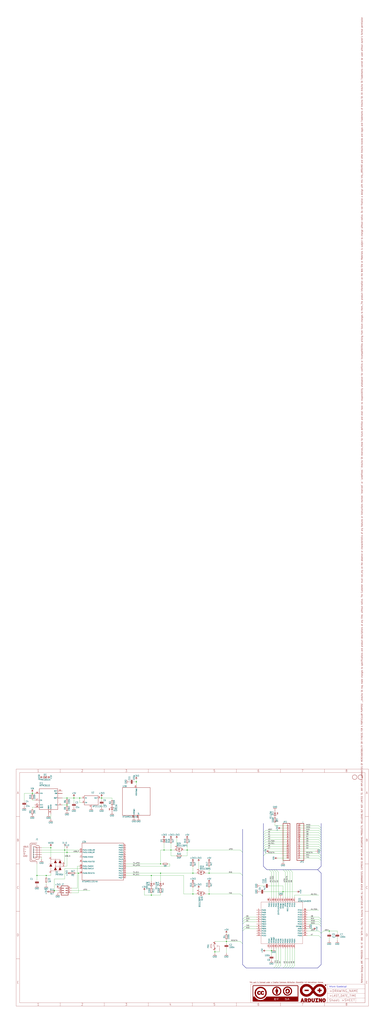
<source format=kicad_sch>
(kicad_sch (version 20211123) (generator eeschema)
  (paper "User" 425.45 1124.51)
  (lib_symbols
    (symbol "schematicEagle-eagle-import:+3V3" (power)
      (property "Value" "+3V3" (at 0 0.508 0))
      (symbol "+3V3_1_0"
        (pin power_in line (at 0 -2.54 90) (length 2.54) (name "+3V3") (number "1"))
      )
    )
    (symbol "schematicEagle-eagle-import:+5V" (power)
      (property "Value" "+5V" (at 0 0.508 0))
      (symbol "+5V_1_0"
        (pin power_in line (at 0 -2.54 90) (length 2.54) (name "+5V") (number "1"))
      )
    )
    (symbol "schematicEagle-eagle-import:A3-FRAME"
      (symbol "A3-FRAME_0_0"
        (text "1" (at 24.2094 1.905 0) (effects (font (size 2.54 2.286))))
        (text "1" (at 24.2094 258.445 0) (effects (font (size 2.54 2.286))))
        (text "2" (at 72.6281 1.905 0) (effects (font (size 2.54 2.286))))
        (text "2" (at 72.6281 258.445 0) (effects (font (size 2.54 2.286))))
        (text "3" (at 121.0469 1.905 0) (effects (font (size 2.54 2.286))))
        (text "3" (at 121.0469 258.445 0) (effects (font (size 2.54 2.286))))
        (text "4" (at 169.4656 1.905 0) (effects (font (size 2.54 2.286))))
        (text "4" (at 169.4656 258.445 0) (effects (font (size 2.54 2.286))))
        (text "5" (at 217.8844 1.905 0) (effects (font (size 2.54 2.286))))
        (text "5" (at 217.8844 258.445 0) (effects (font (size 2.54 2.286))))
        (text "6" (at 266.3031 1.905 0) (effects (font (size 2.54 2.286))))
        (text "6" (at 266.3031 258.445 0) (effects (font (size 2.54 2.286))))
        (text "7" (at 314.7219 1.905 0) (effects (font (size 2.54 2.286))))
        (text "7" (at 314.7219 258.445 0) (effects (font (size 2.54 2.286))))
        (text "8" (at 363.1406 1.905 0) (effects (font (size 2.54 2.286))))
        (text "8" (at 363.1406 258.445 0) (effects (font (size 2.54 2.286))))
        (text "A" (at 1.905 234.315 0) (effects (font (size 2.54 2.286))))
        (text "A" (at 385.445 234.315 0) (effects (font (size 2.54 2.286))))
        (text "B" (at 1.905 182.245 0) (effects (font (size 2.54 2.286))))
        (text "B" (at 385.445 182.245 0) (effects (font (size 2.54 2.286))))
        (text "C" (at 1.905 130.175 0) (effects (font (size 2.54 2.286))))
        (text "C" (at 385.445 130.175 0) (effects (font (size 2.54 2.286))))
        (text "D" (at 1.905 78.105 0) (effects (font (size 2.54 2.286))))
        (text "D" (at 385.445 78.105 0) (effects (font (size 2.54 2.286))))
        (text "E" (at 1.905 26.035 0) (effects (font (size 2.54 2.286))))
        (text "E" (at 385.445 26.035 0) (effects (font (size 2.54 2.286))))
      )
      (symbol "A3-FRAME_1_0"
        (text ">DRAWING_NAME" (at 344.17 15.24 0) (effects (font (size 2.54 2.54)) (justify left bottom)))
        (text ">LAST_DATE_TIME" (at 344.17 10.16 0) (effects (font (size 2.286 2.286)) (justify left bottom)))
        (text ">SHEET" (at 357.505 5.08 0) (effects (font (size 2.54 2.54)) (justify left bottom)))
        (text "Reference Designs ARE PROVIDED \"AS IS\" AND \"WITH ALL FAULTS. Arduino SA DISCLAIMS ALL OTHER WARRANTIES, EXPRESS OR IMPLIED,_REGARDING PRODUCTS, INCLUDING BUT NOT LIMITED TO, ANY IMPLIED WARRANTIES OF MERCHANTABILITY OR FITNESS FOR A PARTICULAR PURPOSE __Arduino SA may make changes to specifications and product descriptions at any time, without notice. The Customer must not_rely on the absence or characteristics of any features or instructions marked \"reserved\" or \"undefined.\" Arduino SA reserves_these for future definition and shall have no responsibility whatsoever for conflicts or incompatibilities arising from future changes to them._The product information on the Web Site or Materials is subject to change without notice. Do not finalize a design with this info__ARDUINO and other Arduino brands and logos and Trademarks of Arduino SA. All Arduino SA Trademarks cannot be used without owner's formal permission" (at 381 25.4 900) (effects (font (size 1.6764 1.4249)) (justify left bottom)))
        (text "Sheet:" (at 343.916 4.953 0) (effects (font (size 2.54 2.54)) (justify left bottom)))
        (text "This work is licensed under a Creative Commons Attribution-ShareAlike 4.0 International License." (at 256.54 25.4 0) (effects (font (size 1.27 1.0795)) (justify left bottom)))
      )
    )
    (symbol "schematicEagle-eagle-import:AP2112K-3.3"
      (property "Reference" "U" (at 0 7.62 0))
      (property "Value" "AP2112K-3.3" (at 1.27 -7.62 0))
      (symbol "AP2112K-3.3_1_0"
        (pin power_in line (at -10.16 2.54 0) (length 2.54) (name "IN") (number "1"))
        (pin power_in line (at 0 -7.62 90) (length 2.54) (name "GND/ADJ") (number "2"))
        (pin input line (at -10.16 -2.54 0) (length 2.54) (name "EN") (number "3"))
        (pin power_in line (at 10.16 2.54 180) (length 2.54) (name "OUT") (number "5"))
      )
    )
    (symbol "schematicEagle-eagle-import:ATMEGA4809"
      (property "Reference" "U" (at 17.78 25.4 0))
      (property "Value" "ATMEGA4809" (at 17.78 22.86 0))
      (symbol "ATMEGA4809_1_0"
        (pin bidirectional line (at -27.94 13.97 0) (length 5.08) (name "PA05") (number "1"))
        (pin bidirectional line (at -27.94 -8.89 0) (length 5.08) (name "PC00") (number "10"))
        (pin bidirectional line (at -27.94 -11.43 0) (length 5.08) (name "PC01") (number "11"))
        (pin bidirectional line (at -27.94 -13.97 0) (length 5.08) (name "PC02") (number "12"))
        (pin bidirectional line (at -13.97 -27.94 90) (length 5.08) (name "PC03") (number "13"))
        (pin bidirectional line (at -11.43 -27.94 90) (length 5.08) (name "VDD@2") (number "14"))
        (pin bidirectional line (at -8.89 -27.94 90) (length 5.08) (name "GND@3") (number "15"))
        (pin bidirectional line (at -6.35 -27.94 90) (length 5.08) (name "PC04") (number "16"))
        (pin bidirectional line (at -3.81 -27.94 90) (length 5.08) (name "PC05") (number "17"))
        (pin bidirectional line (at -1.27 -27.94 90) (length 5.08) (name "PC06") (number "18"))
        (pin bidirectional line (at 1.27 -27.94 90) (length 5.08) (name "PC07") (number "19"))
        (pin bidirectional line (at -27.94 11.43 0) (length 5.08) (name "PA06") (number "2"))
        (pin bidirectional line (at 3.81 -27.94 90) (length 5.08) (name "PD00") (number "20"))
        (pin bidirectional line (at 6.35 -27.94 90) (length 5.08) (name "PD01") (number "21"))
        (pin bidirectional line (at 8.89 -27.94 90) (length 5.08) (name "PD02") (number "22"))
        (pin bidirectional line (at 11.43 -27.94 90) (length 5.08) (name "PD03") (number "23"))
        (pin bidirectional line (at 13.97 -27.94 90) (length 5.08) (name "PD04") (number "24"))
        (pin bidirectional line (at 27.94 -13.97 180) (length 5.08) (name "PD05") (number "25"))
        (pin bidirectional line (at 27.94 -11.43 180) (length 5.08) (name "PD06") (number "26"))
        (pin bidirectional line (at 27.94 -8.89 180) (length 5.08) (name "PD07") (number "27"))
        (pin bidirectional line (at 27.94 -6.35 180) (length 5.08) (name "AVDD") (number "28"))
        (pin bidirectional line (at 27.94 -3.81 180) (length 5.08) (name "GND@2") (number "29"))
        (pin bidirectional line (at -27.94 8.89 0) (length 5.08) (name "PA07") (number "3"))
        (pin bidirectional line (at 27.94 -1.27 180) (length 5.08) (name "PE00") (number "30"))
        (pin bidirectional line (at 27.94 1.27 180) (length 5.08) (name "PE01") (number "31"))
        (pin bidirectional line (at 27.94 3.81 180) (length 5.08) (name "PE02") (number "32"))
        (pin bidirectional line (at 27.94 6.35 180) (length 5.08) (name "PE03") (number "33"))
        (pin bidirectional line (at 27.94 8.89 180) (length 5.08) (name "PF00") (number "34"))
        (pin bidirectional line (at 27.94 11.43 180) (length 5.08) (name "PF01") (number "35"))
        (pin bidirectional line (at 27.94 13.97 180) (length 5.08) (name "PF02") (number "36"))
        (pin bidirectional line (at 13.97 27.94 270) (length 5.08) (name "PF03") (number "37"))
        (pin bidirectional line (at 11.43 27.94 270) (length 5.08) (name "PF04") (number "38"))
        (pin bidirectional line (at 8.89 27.94 270) (length 5.08) (name "PF05") (number "39"))
        (pin bidirectional line (at -27.94 6.35 0) (length 5.08) (name "PB00") (number "4"))
        (pin bidirectional line (at 6.35 27.94 270) (length 5.08) (name "RST/PF06") (number "40"))
        (pin bidirectional line (at 3.81 27.94 270) (length 5.08) (name "UPDI") (number "41"))
        (pin bidirectional line (at 1.27 27.94 270) (length 5.08) (name "VDD@1") (number "42"))
        (pin bidirectional line (at -1.27 27.94 270) (length 5.08) (name "GND@1") (number "43"))
        (pin bidirectional line (at -3.81 27.94 270) (length 5.08) (name "(EXTCLK)PA00") (number "44"))
        (pin bidirectional line (at -6.35 27.94 270) (length 5.08) (name "PA01") (number "45"))
        (pin bidirectional line (at -8.89 27.94 270) (length 5.08) (name "PA02") (number "46"))
        (pin bidirectional line (at -11.43 27.94 270) (length 5.08) (name "PA03") (number "47"))
        (pin bidirectional line (at -13.97 27.94 270) (length 5.08) (name "PA04") (number "48"))
        (pin bidirectional line (at -27.94 3.81 0) (length 5.08) (name "PB01") (number "5"))
        (pin bidirectional line (at -27.94 1.27 0) (length 5.08) (name "PB02") (number "6"))
        (pin bidirectional line (at -27.94 -1.27 0) (length 5.08) (name "PB03") (number "7"))
        (pin bidirectional line (at -27.94 -3.81 0) (length 5.08) (name "PB04") (number "8"))
        (pin bidirectional line (at -27.94 -6.35 0) (length 5.08) (name "PB05") (number "9"))
      )
    )
    (symbol "schematicEagle-eagle-import:ATSAMD11D14"
      (property "Reference" "U" (at -15.24 15.748 0))
      (property "Value" "ATSAMD11D14" (at -15.24 -15.748 0))
      (symbol "ATSAMD11D14_1_0"
        (pin bidirectional line (at 25.4 17.78 180) (length 2.54) (name "PA02") (number "1"))
        (pin bidirectional line (at 25.4 0 180) (length 2.54) (name "PA11") (number "10"))
        (pin bidirectional line (at 25.4 -2.54 180) (length 2.54) (name "PA14") (number "11"))
        (pin bidirectional line (at 25.4 -5.08 180) (length 2.54) (name "PA15") (number "12"))
        (pin bidirectional line (at 25.4 -7.62 180) (length 2.54) (name "PA16") (number "13"))
        (pin bidirectional line (at 25.4 -10.16 180) (length 2.54) (name "PA17") (number "14"))
        (pin bidirectional line (at 25.4 -12.7 180) (length 2.54) (name "PA22") (number "15"))
        (pin bidirectional line (at 25.4 -15.24 180) (length 2.54) (name "PA23") (number "16"))
        (pin bidirectional line (at 25.4 -17.78 180) (length 2.54) (name "PA27") (number "17"))
        (pin bidirectional line (at -25.4 -12.7 0) (length 2.54) (name "PA28/RESETN") (number "18"))
        (pin bidirectional line (at -25.4 -7.62 0) (length 2.54) (name "PA30/SWCLK") (number "19"))
        (pin bidirectional line (at 25.4 15.24 180) (length 2.54) (name "PA03") (number "2"))
        (pin bidirectional line (at -25.4 -5.08 0) (length 2.54) (name "PA31/SWDIO") (number "20"))
        (pin bidirectional line (at -25.4 12.7 0) (length 2.54) (name "PA24/USB_DM") (number "21"))
        (pin bidirectional line (at -25.4 10.16 0) (length 2.54) (name "PA25/USB_DP") (number "22"))
        (pin bidirectional line (at 25.4 12.7 180) (length 2.54) (name "PA04") (number "3"))
        (pin bidirectional line (at 25.4 10.16 180) (length 2.54) (name "PA05") (number "4"))
        (pin bidirectional line (at 25.4 7.62 180) (length 2.54) (name "PA06") (number "5"))
        (pin bidirectional line (at 25.4 5.08 180) (length 2.54) (name "PA07") (number "6"))
        (pin bidirectional line (at -25.4 5.08 0) (length 2.54) (name "PA08/XIN32") (number "7"))
        (pin bidirectional line (at -25.4 0 0) (length 2.54) (name "PA09/XOUT32") (number "8"))
        (pin bidirectional line (at 25.4 2.54 180) (length 2.54) (name "PA10") (number "9"))
      )
      (symbol "ATSAMD11D14_2_0"
        (pin power_in line (at -2.54 -17.78 90) (length 2.54) (name "GND@1") (number "23"))
        (pin power_in line (at 0 17.78 270) (length 2.54) (name "VDDIO@1") (number "24"))
        (pin power_in line (at 2.54 -17.78 90) (length 2.54) (name "EP") (number "EXP"))
      )
    )
    (symbol "schematicEagle-eagle-import:BSS138PS"
      (property "Reference" "Q" (at 2.54 0 0))
      (property "Value" "BSS138PS" (at 2.54 -2.54 0))
      (symbol "BSS138PS_1_0"
        (pin passive line (at 0 -5.08 90) (length 2.54) (name "S") (number "1"))
        (pin passive line (at -5.08 -2.54 0) (length 2.54) (name "G") (number "2"))
        (pin passive line (at 0 5.08 270) (length 2.54) (name "D") (number "6"))
      )
      (symbol "BSS138PS_2_0"
        (pin passive line (at 0 5.08 270) (length 2.54) (name "D") (number "3"))
        (pin passive line (at 0 -5.08 90) (length 2.54) (name "S") (number "4"))
        (pin passive line (at -5.08 -2.54 0) (length 2.54) (name "G") (number "5"))
      )
    )
    (symbol "schematicEagle-eagle-import:C-0402"
      (property "Reference" "C" (at 1.524 1.651 0))
      (property "Value" "C-0402" (at 1.524 -3.429 0))
      (symbol "C-0402_1_0"
        (pin passive line (at 0 2.54 270) (length 0) (name "1") (number "1"))
        (pin passive line (at 0 -2.54 90) (length 0) (name "2") (number "2"))
      )
    )
    (symbol "schematicEagle-eagle-import:C-0805"
      (property "Reference" "C" (at 1.524 1.651 0))
      (property "Value" "C-0805" (at 1.524 -3.429 0))
      (symbol "C-0805_1_0"
        (pin passive line (at 0 2.54 270) (length 0) (name "1") (number "1"))
        (pin passive line (at 0 -2.54 90) (length 0) (name "2") (number "2"))
      )
    )
    (symbol "schematicEagle-eagle-import:FIDUCIAL-1.5MM")
    (symbol "schematicEagle-eagle-import:GND" (power)
      (property "Value" "GND" (at -2.54 -2.54 0))
      (symbol "GND_1_0"
        (pin power_in line (at 0 2.54 270) (length 2.54) (name "GND") (number "1"))
      )
    )
    (symbol "schematicEagle-eagle-import:LED-0603"
      (property "Reference" "DL" (at 3.556 -4.572 90))
      (property "Value" "LED-0603" (at 5.715 -4.572 90))
      (symbol "LED-0603_1_0"
        (pin passive line (at 0 2.54 270) (length 2.54) (name "A") (number "A"))
        (pin passive line (at 0 -5.08 90) (length 2.54) (name "C") (number "C"))
      )
    )
    (symbol "schematicEagle-eagle-import:MPM3610"
      (property "Reference" "IC" (at -10.16 15.24 0))
      (property "Value" "MPM3610" (at -10.16 12.7 0))
      (symbol "MPM3610_1_0"
        (pin bidirectional line (at 15.24 -7.62 180) (length 5.08) (name "FB") (number "1"))
        (pin bidirectional line (at 15.24 7.62 180) (length 5.08) (name "BST") (number "11"))
        (pin bidirectional line (at 0 -17.78 90) (length 5.08) (name "GND") (number "12"))
        (pin bidirectional line (at 0 -17.78 90) (length 5.08) (name "GND") (number "13"))
        (pin bidirectional line (at 0 -17.78 90) (length 5.08) (name "GND") (number "14"))
        (pin bidirectional line (at -15.24 5.08 0) (length 5.08) (name "VIN") (number "16"))
        (pin bidirectional line (at -15.24 -2.54 0) (length 5.08) (name "EN") (number "17"))
        (pin bidirectional line (at -15.24 -10.16 0) (length 5.08) (name "AAM") (number "18"))
        (pin bidirectional line (at 15.24 5.08 180) (length 5.08) (name "SW") (number "19"))
        (pin bidirectional line (at -15.24 -7.62 0) (length 5.08) (name "VCC") (number "2"))
        (pin bidirectional line (at 15.24 0 180) (length 5.08) (name "OUT") (number "20"))
        (pin bidirectional line (at 2.54 -17.78 90) (length 5.08) (name "AGND") (number "3"))
        (pin bidirectional line (at 15.24 5.08 180) (length 5.08) (name "SW") (number "4"))
        (pin bidirectional line (at 15.24 5.08 180) (length 5.08) (name "SW") (number "5"))
        (pin bidirectional line (at 15.24 5.08 180) (length 5.08) (name "SW") (number "6"))
        (pin bidirectional line (at 15.24 0 180) (length 5.08) (name "OUT") (number "7"))
        (pin bidirectional line (at 15.24 0 180) (length 5.08) (name "OUT") (number "8"))
        (pin bidirectional line (at 15.24 0 180) (length 5.08) (name "OUT") (number "9"))
      )
    )
    (symbol "schematicEagle-eagle-import:PINHD-1X15-CASTELLATED"
      (property "Reference" "JP" (at -6.35 20.955 0))
      (property "Value" "PINHD-1X15-CASTELLATED" (at -6.35 -22.86 0))
      (symbol "PINHD-1X15-CASTELLATED_1_0"
        (pin passive inverted (at -2.54 17.78 0) (length 2.54) (name "1") (number "1"))
        (pin passive inverted (at -2.54 -5.08 0) (length 2.54) (name "10") (number "10"))
        (pin passive inverted (at -2.54 -7.62 0) (length 2.54) (name "11") (number "11"))
        (pin passive inverted (at -2.54 -10.16 0) (length 2.54) (name "12") (number "12"))
        (pin passive inverted (at -2.54 -12.7 0) (length 2.54) (name "13") (number "13"))
        (pin passive inverted (at -2.54 -15.24 0) (length 2.54) (name "14") (number "14"))
        (pin passive inverted (at -2.54 -17.78 0) (length 2.54) (name "15") (number "15"))
        (pin passive inverted (at -2.54 15.24 0) (length 2.54) (name "2") (number "2"))
        (pin passive inverted (at -2.54 12.7 0) (length 2.54) (name "3") (number "3"))
        (pin passive inverted (at -2.54 10.16 0) (length 2.54) (name "4") (number "4"))
        (pin passive inverted (at -2.54 7.62 0) (length 2.54) (name "5") (number "5"))
        (pin passive inverted (at -2.54 5.08 0) (length 2.54) (name "6") (number "6"))
        (pin passive inverted (at -2.54 2.54 0) (length 2.54) (name "7") (number "7"))
        (pin passive inverted (at -2.54 0 0) (length 2.54) (name "8") (number "8"))
        (pin passive inverted (at -2.54 -2.54 0) (length 2.54) (name "9") (number "9"))
      )
    )
    (symbol "schematicEagle-eagle-import:PINHD-2X03-SMTP"
      (property "Reference" "J" (at -3.81 5.842 0))
      (symbol "PINHD-2X03-SMTP_1_0"
        (pin passive line (at -7.62 2.54 0) (length 5.08) (name "1") (number "1"))
        (pin passive line (at 7.62 2.54 180) (length 5.08) (name "2") (number "2"))
        (pin passive line (at -7.62 0 0) (length 5.08) (name "3") (number "3"))
        (pin passive line (at 7.62 0 180) (length 5.08) (name "4") (number "4"))
        (pin passive line (at -7.62 -2.54 0) (length 5.08) (name "5") (number "5"))
        (pin passive line (at 7.62 -2.54 180) (length 5.08) (name "6") (number "6"))
      )
    )
    (symbol "schematicEagle-eagle-import:PMEG6020AELRX"
      (property "Reference" "D" (at 0 1.778 0))
      (property "Value" "PMEG6020AELRX" (at 0 -1.778 0))
      (symbol "PMEG6020AELRX_1_0"
        (pin passive line (at -2.54 0 0) (length 2.54) (name "A") (number "A"))
        (pin passive line (at 2.54 0 180) (length 2.54) (name "C") (number "C"))
      )
    )
    (symbol "schematicEagle-eagle-import:PRTR5V0U2X,215"
      (property "Reference" "D" (at -2.54 6.096 0))
      (property "Value" "PRTR5V0U2X,215" (at -2.54 -9.652 0))
      (symbol "PRTR5V0U2X,215_1_0"
        (pin passive line (at -5.08 -10.16 90) (length 2.54) (name "1") (number "1"))
        (pin passive line (at 10.16 -2.54 180) (length 2.54) (name "2") (number "2"))
        (pin passive line (at 10.16 0 180) (length 2.54) (name "3") (number "3"))
        (pin passive line (at -5.08 7.62 270) (length 2.54) (name "4") (number "4"))
      )
    )
    (symbol "schematicEagle-eagle-import:R-0402"
      (property "Reference" "R" (at 0 1.27 0))
      (property "Value" "R-0402" (at 0 -1.27 0))
      (symbol "R-0402_1_0"
        (pin passive line (at -2.54 0 0) (length 0) (name "1") (number "1"))
        (pin passive line (at 2.54 0 180) (length 0) (name "2") (number "2"))
      )
    )
    (symbol "schematicEagle-eagle-import:TACTILE1PTS820-NH"
      (property "Reference" "PB" (at -6.35 -2.54 90))
      (symbol "TACTILE1PTS820-NH_1_0"
        (pin power_in line (at 5.08 -5.08 90) (length 2.54) (name "3") (number "1"))
        (pin power_in line (at 5.08 -5.08 90) (length 2.54) (name "3") (number "2"))
        (pin power_in line (at 5.08 -5.08 90) (length 2.54) (name "3") (number "3"))
        (pin power_in line (at 5.08 -5.08 90) (length 2.54) (name "3") (number "4"))
        (pin passive line (at 0 -5.08 90) (length 2.54) (name "1") (number "5"))
        (pin passive line (at 0 5.08 270) (length 2.54) (name "2") (number "6"))
      )
    )
    (symbol "schematicEagle-eagle-import:TPTP-1.00MM"
      (property "Reference" "TP" (at 0 0.508 0))
      (symbol "TPTP-1.00MM_1_0"
        (pin passive line (at 0 -2.54 90) (length 0) (name "P$1") (number "X"))
      )
    )
    (symbol "schematicEagle-eagle-import:USB-MICRO"
      (property "Reference" "J" (at -2.54 10.922 0))
      (symbol "USB-MICRO_1_0"
        (text "D+" (at -12.7 0 0) (effects (font (size 1.778 1.5113)) (justify left bottom)))
        (text "D-" (at -12.7 2.54 0) (effects (font (size 1.778 1.5113)) (justify left bottom)))
        (text "GND" (at -12.7 -5.08 0) (effects (font (size 1.778 1.5113)) (justify left bottom)))
        (text "ID" (at -12.7 -2.54 0) (effects (font (size 1.778 1.5113)) (justify left bottom)))
        (text "VBUS" (at -12.7 5.08 0) (effects (font (size 1.778 1.5113)) (justify left bottom)))
        (pin passive line (at 7.62 5.08 180) (length 7.62) (name "1") (number "1"))
        (pin passive line (at 2.54 -12.7 90) (length 2.54) (name "SH") (number "10"))
        (pin passive line (at 2.54 -12.7 90) (length 2.54) (name "SH") (number "11"))
        (pin passive line (at 7.62 2.54 180) (length 7.62) (name "2") (number "2"))
        (pin passive line (at 7.62 0 180) (length 7.62) (name "3") (number "3"))
        (pin passive line (at 7.62 -2.54 180) (length 7.62) (name "4") (number "4"))
        (pin passive line (at 7.62 -5.08 180) (length 7.62) (name "5") (number "5"))
        (pin passive line (at 2.54 -12.7 90) (length 2.54) (name "SH") (number "6"))
        (pin passive line (at 2.54 -12.7 90) (length 2.54) (name "SH") (number "7"))
        (pin passive line (at 2.54 -12.7 90) (length 2.54) (name "SH") (number "8"))
        (pin passive line (at 2.54 -12.7 90) (length 2.54) (name "SH") (number "9"))
      )
    )
    (symbol "schematicEagle-eagle-import:VIN" (power)
      (property "Value" "VIN" (at 0 0.508 0))
      (symbol "VIN_1_0"
        (pin power_in line (at 0 -2.54 90) (length 2.54) (name "VIN") (number "1"))
      )
    )
    (symbol "schematicEagle-eagle-import:VUSB" (power)
      (property "Value" "VUSB" (at 0 0.508 0))
      (symbol "VUSB_1_0"
        (pin power_in line (at 0 -2.54 90) (length 2.54) (name "VUSB") (number "1"))
      )
    )
  )
  (junction (at 298.45 1043.94))
  (junction (at 71.12 933.45))
  (junction (at 361.95 1022.35))
  (junction (at 59.69 977.9))
  (junction (at 50.8 961.39))
  (junction (at 229.87 981.71))
  (junction (at 176.53 948.69))
  (junction (at 87.63 876.3))
  (junction (at 311.15 979.17))
  (junction (at 212.09 958.85))
  (junction (at 236.22 1045.21))
  (junction (at 40.64 961.39))
  (junction (at 176.53 958.85))
  (junction (at 73.66 883.92))
  (junction (at 248.92 1033.78))
  (junction (at 35.56 871.22))
  (junction (at 205.74 933.45))
  (junction (at 86.36 958.85))
  (junction (at 81.28 876.3))
  (junction (at 73.66 876.3))
  (junction (at 166.37 961.39))
  (junction (at 229.87 958.85))
  (junction (at 180.34 933.45))
  (junction (at 212.09 981.71))
  (junction (at 73.66 935.99))
  (junction (at 149.86 858.52))
  (junction (at 187.96 933.45))
  (junction (at 166.37 982.98))
  (junction (at 111.76 876.3))
  (junction (at 55.88 930.91))
  (bus_entry (at 292.1 937.26) (size -2.54 2.54))
  (bus_entry (at 292.1 929.64) (size -2.54 2.54))
  (bus_entry (at 350.52 942.34) (size 2.54 2.54))
  (bus_entry (at 321.31 957.58) (size -2.54 -2.54))
  (bus_entry (at 303.53 957.58) (size -2.54 -2.54))
  (bus_entry (at 323.85 1060.45) (size -2.54 2.54))
  (bus_entry (at 316.23 957.58) (size -2.54 -2.54))
  (bus_entry (at 318.77 1060.45) (size -2.54 2.54))
  (bus_entry (at 269.24 1007.11) (size -2.54 2.54))
  (bus_entry (at 350.52 1009.65) (size 2.54 2.54))
  (bus_entry (at 306.07 957.58) (size -2.54 -2.54))
  (bus_entry (at 350.52 1022.35) (size 2.54 2.54))
  (bus_entry (at 313.69 957.58) (size -2.54 -2.54))
  (bus_entry (at 350.52 924.56) (size 2.54 2.54))
  (bus_entry (at 350.52 916.94) (size 2.54 2.54))
  (bus_entry (at 350.52 929.64) (size 2.54 2.54))
  (bus_entry (at 292.1 911.86) (size -2.54 2.54))
  (bus_entry (at 350.52 914.4) (size 2.54 2.54))
  (bus_entry (at 264.16 933.45) (size 2.54 2.54))
  (bus_entry (at 269.24 1017.27) (size -2.54 2.54))
  (bus_entry (at 355.6 1022.35) (size -2.54 2.54))
  (bus_entry (at 318.77 957.58) (size -2.54 -2.54))
  (bus_entry (at 350.52 909.32) (size 2.54 2.54))
  (bus_entry (at 292.1 932.18) (size -2.54 2.54))
  (bus_entry (at 303.53 1060.45) (size -2.54 2.54))
  (bus_entry (at 292.1 919.48) (size -2.54 2.54))
  (bus_entry (at 350.52 911.86) (size 2.54 2.54))
  (bus_entry (at 350.52 939.8) (size 2.54 2.54))
  (bus_entry (at 269.24 1019.81) (size -2.54 2.54))
  (bus_entry (at 350.52 1014.73) (size 2.54 2.54))
  (bus_entry (at 264.16 981.71) (size 2.54 2.54))
  (bus_entry (at 269.24 1012.19) (size -2.54 2.54))
  (bus_entry (at 350.52 1012.19) (size 2.54 2.54))
  (bus_entry (at 264.16 1033.78) (size 2.54 2.54))
  (bus_entry (at 264.16 958.85) (size 2.54 2.54))
  (bus_entry (at 306.07 1060.45) (size -2.54 2.54))
  (bus_entry (at 350.52 919.48) (size 2.54 2.54))
  (bus_entry (at 350.52 927.1) (size 2.54 2.54))
  (bus_entry (at 350.52 1027.43) (size 2.54 2.54))
  (bus_entry (at 350.52 906.78) (size 2.54 2.54))
  (bus_entry (at 292.1 927.1) (size -2.54 2.54))
  (bus_entry (at 292.1 924.56) (size -2.54 2.54))
  (bus_entry (at 316.23 1060.45) (size -2.54 2.54))
  (bus_entry (at 350.52 932.18) (size 2.54 2.54))
  (bus_entry (at 350.52 922.02) (size 2.54 2.54))
  (bus_entry (at 308.61 1060.45) (size -2.54 2.54))
  (bus_entry (at 300.99 957.58) (size -2.54 -2.54))
  (bus_entry (at 350.52 937.26) (size 2.54 2.54))
  (bus_entry (at 269.24 1009.65) (size -2.54 2.54))
  (bus_entry (at 292.1 922.02) (size -2.54 2.54))
  (bus_entry (at 292.1 914.4) (size -2.54 2.54))
  (bus_entry (at 350.52 1007.11) (size 2.54 2.54))
  (bus_entry (at 321.31 1060.45) (size -2.54 2.54))
  (bus_entry (at 292.1 916.94) (size -2.54 2.54))
  (bus_entry (at 298.45 957.58) (size -2.54 -2.54))
  (bus_entry (at 313.69 1060.45) (size -2.54 2.54))
  (bus (pts (xy 349.25 955.04) (xy 353.06 951.23)))
  (wire (pts (xy 111.76 876.3) (xy 123.19 876.3)))
  (wire (pts (xy 236.22 1043.94) (xy 236.22 1045.21)))
  (wire (pts (xy 337.82 1012.19) (xy 350.52 1012.19)))
  (bus (pts (xy 321.31 1062.99) (xy 349.25 1062.99)))
  (wire (pts (xy 308.61 1041.4) (xy 308.61 1060.45)))
  (wire (pts (xy 330.2 937.26) (xy 350.52 937.26)))
  (wire (pts (xy 321.31 1041.4) (xy 321.31 1060.45)))
  (wire (pts (xy 166.37 961.39) (xy 201.93 961.39)))
  (wire (pts (xy 149.86 858.52) (xy 149.86 862.33)))
  (bus (pts (xy 293.37 955.04) (xy 289.56 951.23)))
  (bus (pts (xy 298.45 955.04) (xy 295.91 955.04)))
  (wire (pts (xy 166.37 982.98) (xy 158.75 982.98)))
  (wire (pts (xy 180.34 933.45) (xy 187.96 933.45)))
  (bus (pts (xy 266.7 1036.32) (xy 266.7 1022.35)))
  (wire (pts (xy 212.09 958.85) (xy 176.53 958.85)))
  (wire (pts (xy 55.88 899.16) (xy 55.88 894.08)))
  (wire (pts (xy 323.85 982.98) (xy 350.52 982.98)))
  (wire (pts (xy 314.96 922.02) (xy 292.1 922.02)))
  (wire (pts (xy 298.45 985.52) (xy 298.45 957.58)))
  (bus (pts (xy 353.06 922.02) (xy 353.06 919.48)))
  (bus (pts (xy 353.06 942.34) (xy 353.06 939.8)))
  (wire (pts (xy 295.91 972.82) (xy 311.15 972.82)))
  (wire (pts (xy 50.8 961.39) (xy 55.88 961.39)))
  (bus (pts (xy 353.06 1012.19) (xy 353.06 1009.65)))
  (wire (pts (xy 218.44 953.77) (xy 218.44 946.15)))
  (wire (pts (xy 71.12 951.23) (xy 73.66 951.23)))
  (wire (pts (xy 205.74 933.45) (xy 205.74 925.83)))
  (bus (pts (xy 353.06 1029.97) (xy 353.06 1024.89)))
  (wire (pts (xy 314.96 927.1) (xy 292.1 927.1)))
  (wire (pts (xy 111.76 878.84) (xy 111.76 876.3)))
  (wire (pts (xy 85.09 951.23) (xy 85.09 975.36)))
  (wire (pts (xy 55.88 930.91) (xy 55.88 941.07)))
  (bus (pts (xy 353.06 914.4) (xy 353.06 911.86)))
  (wire (pts (xy 330.2 929.64) (xy 350.52 929.64)))
  (wire (pts (xy 314.96 911.86) (xy 292.1 911.86)))
  (bus (pts (xy 353.06 944.88) (xy 353.06 942.34)))
  (bus (pts (xy 353.06 924.56) (xy 353.06 922.02)))
  (wire (pts (xy 86.36 980.44) (xy 86.36 958.85)))
  (bus (pts (xy 289.56 919.48) (xy 289.56 916.94)))
  (wire (pts (xy 330.2 914.4) (xy 350.52 914.4)))
  (wire (pts (xy 370.84 1024.89) (xy 370.84 1022.35)))
  (bus (pts (xy 266.7 1012.19) (xy 266.7 1009.65)))
  (bus (pts (xy 266.7 1059.18) (xy 266.7 1036.32)))
  (wire (pts (xy 311.15 979.17) (xy 326.39 979.17)))
  (wire (pts (xy 248.92 1031.24) (xy 248.92 1033.78)))
  (wire (pts (xy 201.93 933.45) (xy 205.74 933.45)))
  (wire (pts (xy 73.66 876.3) (xy 81.28 876.3)))
  (wire (pts (xy 330.2 906.78) (xy 350.52 906.78)))
  (wire (pts (xy 87.63 876.3) (xy 81.28 876.3)))
  (wire (pts (xy 314.96 934.72) (xy 295.91 934.72)))
  (bus (pts (xy 353.06 911.86) (xy 353.06 909.32)))
  (wire (pts (xy 55.88 961.39) (xy 55.88 958.85)))
  (wire (pts (xy 73.66 932.18) (xy 73.66 935.99)))
  (wire (pts (xy 281.94 1012.19) (xy 269.24 1012.19)))
  (wire (pts (xy 323.85 985.52) (xy 323.85 982.98)))
  (bus (pts (xy 353.06 919.48) (xy 353.06 916.94)))
  (wire (pts (xy 218.44 975.36) (xy 218.44 976.63)))
  (wire (pts (xy 205.74 933.45) (xy 205.74 939.8)))
  (wire (pts (xy 73.66 951.23) (xy 73.66 935.99)))
  (bus (pts (xy 266.7 1009.65) (xy 266.7 984.25)))
  (wire (pts (xy 241.3 1045.21) (xy 241.3 1043.94)))
  (wire (pts (xy 184.15 948.69) (xy 186.69 948.69)))
  (bus (pts (xy 353.06 909.32) (xy 353.06 904.24)))
  (bus (pts (xy 266.7 984.25) (xy 266.7 961.39)))
  (bus (pts (xy 353.06 1009.65) (xy 353.06 958.85)))
  (bus (pts (xy 289.56 927.1) (xy 289.56 924.56)))
  (wire (pts (xy 158.75 982.98) (xy 158.75 977.9)))
  (bus (pts (xy 266.7 1022.35) (xy 266.7 1019.81)))
  (wire (pts (xy 330.2 916.94) (xy 350.52 916.94)))
  (wire (pts (xy 215.9 958.85) (xy 212.09 958.85)))
  (bus (pts (xy 311.15 955.04) (xy 303.53 955.04)))
  (wire (pts (xy 205.74 939.8) (xy 199.39 939.8)))
  (wire (pts (xy 313.69 985.52) (xy 313.69 957.58)))
  (wire (pts (xy 316.23 985.52) (xy 316.23 957.58)))
  (wire (pts (xy 314.96 916.94) (xy 292.1 916.94)))
  (wire (pts (xy 38.1 878.84) (xy 35.56 878.84)))
  (wire (pts (xy 314.96 929.64) (xy 292.1 929.64)))
  (wire (pts (xy 314.96 906.78) (xy 302.26 906.78)))
  (wire (pts (xy 78.74 977.9) (xy 99.06 977.9)))
  (wire (pts (xy 226.06 958.85) (xy 229.87 958.85)))
  (bus (pts (xy 313.69 955.04) (xy 311.15 955.04)))
  (wire (pts (xy 176.53 948.69) (xy 179.07 948.69)))
  (wire (pts (xy 50.8 963.93) (xy 50.8 961.39)))
  (wire (pts (xy 248.92 1026.16) (xy 248.92 1024.89)))
  (wire (pts (xy 361.95 1032.51) (xy 361.95 1029.97)))
  (wire (pts (xy 212.09 951.23) (xy 212.09 958.85)))
  (wire (pts (xy 63.5 977.9) (xy 59.69 977.9)))
  (wire (pts (xy 318.77 1041.4) (xy 318.77 1060.45)))
  (wire (pts (xy 370.84 1032.51) (xy 370.84 1029.97)))
  (bus (pts (xy 289.56 924.56) (xy 289.56 922.02)))
  (bus (pts (xy 303.53 955.04) (xy 300.99 955.04)))
  (wire (pts (xy 330.2 932.18) (xy 350.52 932.18)))
  (wire (pts (xy 73.66 883.92) (xy 73.66 882.65)))
  (wire (pts (xy 45.72 941.07) (xy 45.72 943.61)))
  (wire (pts (xy 318.77 985.52) (xy 318.77 957.58)))
  (wire (pts (xy 298.45 1043.94) (xy 298.45 1049.02)))
  (bus (pts (xy 316.23 955.04) (xy 313.69 955.04)))
  (wire (pts (xy 176.53 958.85) (xy 138.43 958.85)))
  (bus (pts (xy 353.06 916.94) (xy 353.06 914.4)))
  (wire (pts (xy 90.17 881.38) (xy 87.63 881.38)))
  (wire (pts (xy 35.56 871.22) (xy 38.1 871.22)))
  (wire (pts (xy 78.74 975.36) (xy 85.09 975.36)))
  (wire (pts (xy 73.66 876.3) (xy 73.66 877.57)))
  (wire (pts (xy 176.53 948.69) (xy 176.53 933.45)))
  (wire (pts (xy 50.8 971.55) (xy 50.8 969.01)))
  (bus (pts (xy 270.51 1062.99) (xy 266.7 1059.18)))
  (wire (pts (xy 176.53 967.74) (xy 176.53 958.85)))
  (bus (pts (xy 353.06 932.18) (xy 353.06 929.64)))
  (wire (pts (xy 176.53 982.98) (xy 176.53 980.44)))
  (wire (pts (xy 298.45 1041.4) (xy 298.45 1043.94)))
  (wire (pts (xy 306.07 985.52) (xy 306.07 957.58)))
  (wire (pts (xy 50.8 961.39) (xy 40.64 961.39)))
  (wire (pts (xy 229.87 958.85) (xy 264.16 958.85)))
  (bus (pts (xy 349.25 955.04) (xy 318.77 955.04)))
  (wire (pts (xy 59.69 979.17) (xy 59.69 977.9)))
  (wire (pts (xy 35.56 878.84) (xy 35.56 877.57)))
  (wire (pts (xy 138.43 948.69) (xy 176.53 948.69)))
  (wire (pts (xy 87.63 951.23) (xy 85.09 951.23)))
  (wire (pts (xy 187.96 925.83) (xy 187.96 933.45)))
  (wire (pts (xy 281.94 1017.27) (xy 269.24 1017.27)))
  (wire (pts (xy 314.96 919.48) (xy 292.1 919.48)))
  (wire (pts (xy 316.23 1041.4) (xy 316.23 1060.45)))
  (wire (pts (xy 337.82 1009.65) (xy 350.52 1009.65)))
  (bus (pts (xy 349.25 1062.99) (xy 353.06 1059.18)))
  (bus (pts (xy 353.06 929.64) (xy 353.06 927.1)))
  (bus (pts (xy 353.06 927.1) (xy 353.06 924.56)))
  (wire (pts (xy 166.37 980.44) (xy 166.37 982.98)))
  (bus (pts (xy 289.56 951.23) (xy 289.56 939.8)))
  (wire (pts (xy 229.87 981.71) (xy 264.16 981.71)))
  (wire (pts (xy 303.53 1041.4) (xy 303.53 1060.45)))
  (wire (pts (xy 236.22 1045.21) (xy 236.22 1046.48)))
  (bus (pts (xy 289.56 916.94) (xy 289.56 914.4)))
  (bus (pts (xy 295.91 955.04) (xy 293.37 955.04)))
  (wire (pts (xy 35.56 872.49) (xy 35.56 871.22)))
  (wire (pts (xy 321.31 985.52) (xy 321.31 957.58)))
  (bus (pts (xy 313.69 1062.99) (xy 316.23 1062.99)))
  (wire (pts (xy 314.96 937.26) (xy 292.1 937.26)))
  (wire (pts (xy 71.12 929.64) (xy 71.12 933.45)))
  (wire (pts (xy 337.82 1027.43) (xy 350.52 1027.43)))
  (wire (pts (xy 311.15 979.17) (xy 311.15 985.52)))
  (wire (pts (xy 311.15 946.15) (xy 311.15 939.8)))
  (wire (pts (xy 45.72 933.45) (xy 71.12 933.45)))
  (wire (pts (xy 110.49 876.3) (xy 111.76 876.3)))
  (wire (pts (xy 337.82 1022.35) (xy 350.52 1022.35)))
  (wire (pts (xy 314.96 924.56) (xy 292.1 924.56)))
  (bus (pts (xy 303.53 1062.99) (xy 306.07 1062.99)))
  (wire (pts (xy 166.37 967.74) (xy 166.37 961.39)))
  (bus (pts (xy 266.7 1019.81) (xy 266.7 1014.73)))
  (wire (pts (xy 201.93 981.71) (xy 212.09 981.71)))
  (wire (pts (xy 292.1 1043.94) (xy 298.45 1043.94)))
  (wire (pts (xy 290.83 972.82) (xy 285.75 972.82)))
  (wire (pts (xy 26.67 871.22) (xy 26.67 880.11)))
  (wire (pts (xy 87.63 881.38) (xy 87.63 876.3)))
  (wire (pts (xy 303.53 985.52) (xy 303.53 957.58)))
  (wire (pts (xy 248.92 1033.78) (xy 236.22 1033.78)))
  (wire (pts (xy 111.76 876.3) (xy 111.76 875.03)))
  (wire (pts (xy 248.92 1033.78) (xy 264.16 1033.78)))
  (wire (pts (xy 306.07 1041.4) (xy 306.07 1060.45)))
  (bus (pts (xy 289.56 932.18) (xy 289.56 929.64)))
  (wire (pts (xy 86.36 958.85) (xy 87.63 958.85)))
  (wire (pts (xy 73.66 935.99) (xy 87.63 935.99)))
  (bus (pts (xy 353.06 934.72) (xy 353.06 932.18)))
  (wire (pts (xy 81.28 875.03) (xy 81.28 876.3)))
  (wire (pts (xy 361.95 1024.89) (xy 361.95 1022.35)))
  (wire (pts (xy 370.84 1022.35) (xy 361.95 1022.35)))
  (wire (pts (xy 330.2 942.34) (xy 350.52 942.34)))
  (bus (pts (xy 353.06 1017.27) (xy 353.06 1014.73)))
  (bus (pts (xy 353.06 951.23) (xy 353.06 944.88)))
  (wire (pts (xy 71.12 953.77) (xy 87.63 953.77)))
  (wire (pts (xy 330.2 934.72) (xy 346.71 934.72)))
  (wire (pts (xy 176.53 933.45) (xy 180.34 933.45)))
  (wire (pts (xy 290.83 979.17) (xy 311.15 979.17)))
  (wire (pts (xy 361.95 1022.35) (xy 355.6 1022.35)))
  (wire (pts (xy 138.43 961.39) (xy 166.37 961.39)))
  (wire (pts (xy 302.26 906.78) (xy 302.26 902.97)))
  (wire (pts (xy 82.55 958.85) (xy 86.36 958.85)))
  (wire (pts (xy 138.43 951.23) (xy 186.69 951.23)))
  (wire (pts (xy 111.76 886.46) (xy 111.76 883.92)))
  (bus (pts (xy 353.06 1059.18) (xy 353.06 1029.97)))
  (wire (pts (xy 248.92 1033.78) (xy 248.92 1036.32)))
  (bus (pts (xy 300.99 955.04) (xy 298.45 955.04)))
  (bus (pts (xy 318.77 955.04) (xy 316.23 955.04)))
  (wire (pts (xy 71.12 965.2) (xy 71.12 953.77)))
  (wire (pts (xy 201.93 961.39) (xy 201.93 981.71)))
  (wire (pts (xy 68.58 883.92) (xy 73.66 883.92)))
  (wire (pts (xy 187.96 939.8) (xy 187.96 933.45)))
  (bus (pts (xy 311.15 1062.99) (xy 313.69 1062.99)))
  (wire (pts (xy 123.19 876.3) (xy 123.19 878.84)))
  (wire (pts (xy 248.92 1046.48) (xy 248.92 1041.4)))
  (wire (pts (xy 45.72 930.91) (xy 55.88 930.91)))
  (wire (pts (xy 300.99 985.52) (xy 300.99 957.58)))
  (wire (pts (xy 38.1 886.46) (xy 35.56 886.46)))
  (wire (pts (xy 330.2 927.1) (xy 350.52 927.1)))
  (wire (pts (xy 311.15 939.8) (xy 314.96 939.8)))
  (wire (pts (xy 81.28 876.3) (xy 81.28 881.38)))
  (wire (pts (xy 40.64 948.69) (xy 40.64 961.39)))
  (wire (pts (xy 59.69 977.9) (xy 59.69 965.2)))
  (wire (pts (xy 330.2 939.8) (xy 350.52 939.8)))
  (bus (pts (xy 289.56 939.8) (xy 289.56 934.72)))
  (bus (pts (xy 289.56 934.72) (xy 289.56 932.18)))
  (wire (pts (xy 229.87 951.23) (xy 229.87 958.85)))
  (wire (pts (xy 337.82 1007.11) (xy 350.52 1007.11)))
  (wire (pts (xy 73.66 883.92) (xy 73.66 885.19)))
  (wire (pts (xy 212.09 974.09) (xy 212.09 981.71)))
  (wire (pts (xy 313.69 1041.4) (xy 313.69 1060.45)))
  (wire (pts (xy 194.31 939.8) (xy 187.96 939.8)))
  (wire (pts (xy 330.2 919.48) (xy 350.52 919.48)))
  (wire (pts (xy 187.96 933.45) (xy 191.77 933.45)))
  (bus (pts (xy 266.7 961.39) (xy 266.7 935.99)))
  (bus (pts (xy 270.51 1062.99) (xy 300.99 1062.99)))
  (bus (pts (xy 353.06 958.85) (xy 349.25 955.04)))
  (wire (pts (xy 59.69 965.2) (xy 71.12 965.2)))
  (wire (pts (xy 229.87 974.09) (xy 229.87 981.71)))
  (wire (pts (xy 35.56 886.46) (xy 35.56 889)))
  (bus (pts (xy 289.56 914.4) (xy 289.56 904.24)))
  (wire (pts (xy 337.82 1014.73) (xy 350.52 1014.73)))
  (wire (pts (xy 78.74 980.44) (xy 86.36 980.44)))
  (bus (pts (xy 353.06 939.8) (xy 353.06 934.72)))
  (wire (pts (xy 68.58 876.3) (xy 73.66 876.3)))
  (wire (pts (xy 166.37 982.98) (xy 176.53 982.98)))
  (wire (pts (xy 71.12 948.69) (xy 71.12 933.45)))
  (wire (pts (xy 330.2 924.56) (xy 350.52 924.56)))
  (wire (pts (xy 35.56 869.95) (xy 35.56 871.22)))
  (wire (pts (xy 226.06 981.71) (xy 229.87 981.71)))
  (wire (pts (xy 323.85 1041.4) (xy 323.85 1060.45)))
  (wire (pts (xy 337.82 999.49) (xy 350.52 999.49)))
  (wire (pts (xy 180.34 925.83) (xy 180.34 933.45)))
  (wire (pts (xy 314.96 932.18) (xy 292.1 932.18)))
  (wire (pts (xy 311.15 972.82) (xy 311.15 979.17)))
  (bus (pts (xy 266.7 1014.73) (xy 266.7 1012.19)))
  (wire (pts (xy 344.17 1019.81) (xy 337.82 1019.81)))
  (wire (pts (xy 304.8 942.34) (xy 314.96 942.34)))
  (bus (pts (xy 353.06 1024.89) (xy 353.06 1017.27)))
  (wire (pts (xy 281.94 1009.65) (xy 269.24 1009.65)))
  (wire (pts (xy 35.56 871.22) (xy 26.67 871.22)))
  (wire (pts (xy 212.09 981.71) (xy 215.9 981.71)))
  (wire (pts (xy 236.22 1045.21) (xy 241.3 1045.21)))
  (wire (pts (xy 308.61 909.32) (xy 314.96 909.32)))
  (bus (pts (xy 353.06 1014.73) (xy 353.06 1012.19)))
  (bus (pts (xy 300.99 1062.99) (xy 303.53 1062.99)))
  (wire (pts (xy 281.94 1019.81) (xy 269.24 1019.81)))
  (wire (pts (xy 281.94 1007.11) (xy 269.24 1007.11)))
  (bus (pts (xy 306.07 1062.99) (xy 311.15 1062.99)))
  (wire (pts (xy 71.12 933.45) (xy 87.63 933.45)))
  (bus (pts (xy 289.56 922.02) (xy 289.56 919.48)))
  (wire (pts (xy 55.88 930.91) (xy 55.88 929.64)))
  (wire (pts (xy 330.2 911.86) (xy 350.52 911.86)))
  (wire (pts (xy 330.2 909.32) (xy 350.52 909.32)))
  (wire (pts (xy 45.72 935.99) (xy 73.66 935.99)))
  (bus (pts (xy 289.56 929.64) (xy 289.56 927.1)))
  (wire (pts (xy 147.32 858.52) (xy 149.86 858.52)))
  (wire (pts (xy 194.31 920.75) (xy 194.31 928.37)))
  (bus (pts (xy 316.23 1062.99) (xy 318.77 1062.99)))
  (bus (pts (xy 266.7 935.99) (xy 266.7 910.59)))
  (wire (pts (xy 40.64 961.39) (xy 40.64 966.47)))
  (wire (pts (xy 87.63 876.3) (xy 90.17 876.3)))
  (wire (pts (xy 314.96 914.4) (xy 292.1 914.4)))
  (wire (pts (xy 205.74 933.45) (xy 264.16 933.45)))
  (bus (pts (xy 318.77 1062.99) (xy 321.31 1062.99)))
  (wire (pts (xy 186.69 948.69) (xy 186.69 951.23)))
  (wire (pts (xy 330.2 922.02) (xy 350.52 922.02)))
  (wire (pts (xy 149.86 855.98) (xy 149.86 858.52)))
  (text "Arturo Guadalupi" (at 361.95 1084.58 180) (effects (font (size 1.778 1.5113)) (justify left bottom)))
  (label "TX_UPDI" (at 146.05 948.69 0) (effects (font (size 1.2446 1.2446))))
  (label "RX_UPDI" (at 146.05 951.23 0) (effects (font (size 1.2446 1.2446))))
  (label "A2" (at 316.23 1057.91 90) (effects (font (size 1.2446 1.2446))))
  (label "D10~{}" (at 336.55 911.86 0) (effects (font (size 1.2446 1.2446))))
  (label "RX1" (at 336.55 939.8 0) (effects (font (size 1.2446 1.2446))))
  (label "A4/SDA" (at 341.63 999.49 0) (effects (font (size 1.2446 1.2446))))
  (label "AREF" (at 294.64 911.86 0) (effects (font (size 1.2446 1.2446))))
  (label "A6" (at 294.64 929.64 0) (effects (font (size 1.2446 1.2446))))
  (label "D7" (at 336.55 919.48 0) (effects (font (size 1.2446 1.2446))))
  (label "UPDI" (at 91.44 977.9 0) (effects (font (size 1.2446 1.2446))))
  (label "RX0" (at 270.51 1019.81 0) (effects (font (size 1.2446 1.2446))))
  (label "D9~{}" (at 270.51 1007.11 0) (effects (font (size 1.2446 1.2446))))
  (label "UPDI" (at 313.69 969.01 90) (effects (font (size 1.2446 1.2446))))
  (label "A1" (at 294.64 916.94 0) (effects (font (size 1.2446 1.2446))))
  (label "A1" (at 318.77 1057.91 90) (effects (font (size 1.2446 1.2446))))
  (label "A5/SCL" (at 341.63 982.98 0) (effects (font (size 1.2446 1.2446))))
  (label "RX_D11" (at 146.05 961.39 0) (effects (font (size 1.2446 1.2446))))
  (label "D3~{}" (at 336.55 929.64 0) (effects (font (size 1.2446 1.2446))))
  (label "D10~{}" (at 270.51 1009.65 0) (effects (font (size 1.2446 1.2446))))
  (label "D5~{}" (at 270.51 1012.19 0) (effects (font (size 1.2446 1.2446))))
  (label "A5/SCL" (at 298.45 969.01 90) (effects (font (size 1.2446 1.2446))))
  (label "TX_D11" (at 146.05 958.85 0) (effects (font (size 1.2446 1.2446))))
  (label "A7" (at 341.63 1027.43 0) (effects (font (size 1.2446 1.2446))))
  (label "RESETN" (at 294.64 937.26 0) (effects (font (size 1.2446 1.2446))))
  (label "MISO" (at 336.55 906.78 0) (effects (font (size 1.2446 1.2446))))
  (label "SCK" (at 302.26 902.97 0) (effects (font (size 1.2446 1.2446))))
  (label "D2" (at 306.07 969.01 90) (effects (font (size 1.2446 1.2446))))
  (label "D8" (at 341.63 1007.11 0) (effects (font (size 1.2446 1.2446))))
  (label "D9~{}" (at 336.55 914.4 0) (effects (font (size 1.2446 1.2446))))
  (label "RESETN" (at 316.23 969.01 90) (effects (font (size 1.2446 1.2446))))
  (label "MISO" (at 341.63 1012.19 0) (effects (font (size 1.2446 1.2446))))
  (label "UPDI" (at 251.46 933.45 0) (effects (font (size 1.2446 1.2446))))
  (label "SCK" (at 341.63 1009.65 0) (effects (font (size 1.2446 1.2446))))
  (label "A4/SDA" (at 300.99 969.01 90) (effects (font (size 1.2446 1.2446))))
  (label "RESETN" (at 336.55 937.26 0) (effects (font (size 1.2446 1.2446))))
  (label "D7" (at 303.53 969.01 90) (effects (font (size 1.2446 1.2446))))
  (label "A0" (at 294.64 914.4 0) (effects (font (size 1.2446 1.2446))))
  (label "D8" (at 336.55 916.94 0) (effects (font (size 1.2446 1.2446))))
  (label "D4" (at 336.55 927.1 0) (effects (font (size 1.2446 1.2446))))
  (label "D6~{}" (at 321.31 969.01 90) (effects (font (size 1.2446 1.2446))))
  (label "TX0" (at 251.46 981.71 0) (effects (font (size 1.2446 1.2446))))
  (label "TX1" (at 303.53 1057.91 90) (effects (font (size 1.2446 1.2446))))
  (label "MOSI" (at 341.63 1014.73 0) (effects (font (size 1.2446 1.2446))))
  (label "A7" (at 294.64 932.18 0) (effects (font (size 1.2446 1.2446))))
  (label "MOSI" (at 336.55 909.32 0) (effects (font (size 1.2446 1.2446))))
  (label "RX0" (at 251.46 958.85 0) (effects (font (size 1.2446 1.2446))))
  (label "A4/SDA" (at 294.64 924.56 0) (effects (font (size 1.2446 1.2446))))
  (label "TX1" (at 336.55 942.34 0) (effects (font (size 1.2446 1.2446))))
  (label "A0" (at 321.31 1057.91 90) (effects (font (size 1.2446 1.2446))))
  (label "USB_N" (at 71.12 941.07 0) (effects (font (size 1.2446 1.2446))))
  (label "USB_P" (at 80.645 935.99 0) (effects (font (size 1.2446 1.2446))))
  (label "D2" (at 336.55 932.18 0) (effects (font (size 1.2446 1.2446))))
  (label "D3~{}" (at 318.77 969.01 90) (effects (font (size 1.2446 1.2446))))
  (label "D4" (at 308.61 1057.91 90) (effects (font (size 1.2446 1.2446))))
  (label "D5~{}" (at 336.55 924.56 0) (effects (font (size 1.2446 1.2446))))
  (label "RESETN" (at 254 1033.78 0) (effects (font (size 1.2446 1.2446))))
  (label "AREF" (at 341.63 1022.35 0) (effects (font (size 1.2446 1.2446))))
  (label "A5/SCL" (at 294.64 927.1 0) (effects (font (size 1.2446 1.2446))))
  (label "TX0" (at 270.51 1017.27 0) (effects (font (size 1.2446 1.2446))))
  (label "A2" (at 294.64 919.48 0) (effects (font (size 1.2446 1.2446))))
  (label "A3" (at 313.69 1057.91 90) (effects (font (size 1.2446 1.2446))))
  (label "AREF" (at 356.87 1022.35 0) (effects (font (size 1.2446 1.2446))))
  (label "RX1" (at 306.07 1057.91 90) (effects (font (size 1.2446 1.2446))))
  (label "A6" (at 323.85 1057.91 90) (effects (font (size 1.2446 1.2446))))
  (label "A3" (at 294.64 922.02 0) (effects (font (size 1.2446 1.2446))))
  (label "D6~{}" (at 336.55 922.02 0) (effects (font (size 1.2446 1.2446))))
  (symbol (lib_id "schematicEagle-eagle-import:FIDUCIAL-1.5MM") (at 389.89 853.44 0) (unit 1)
    (property "Reference" "FD1" (effects hide))
    (property "Value" "DNP" (effects hide))
    (property "Footprint" "schematicEagle:FD-1-1.5" (effects hide))
  )
  (symbol (lib_id "schematicEagle-eagle-import:+3V3") (at 149.86 853.44 0) (unit 1)
    (property "Reference" "#+3V4" (effects hide))
    (property "Value" "+3V3" (at 149.86 852.932 0) (effects (font (size 1.778 1.5113)) (justify bottom)))
    (property "Footprint" "schematicEagle:" (effects hide))
  )
  (symbol (lib_id "schematicEagle-eagle-import:GND") (at 55.88 901.7 0) (unit 1)
    (property "Reference" "#GND18" (effects hide))
    (property "Value" "GND" (at 53.34 904.24 0) (effects (font (size 1.778 1.5113)) (justify left bottom)))
    (property "Footprint" "schematicEagle:" (effects hide))
  )
  (symbol (lib_id "schematicEagle-eagle-import:VIN") (at 35.56 867.41 0) (unit 1)
    (property "Reference" "#VIN3" (effects hide))
    (property "Value" "VIN" (at 35.56 866.902 0) (effects (font (size 1.778 1.5113)) (justify bottom)))
    (property "Footprint" "schematicEagle:" (effects hide))
  )
  (symbol (lib_id "schematicEagle-eagle-import:BSS138PS") (at 220.98 981.71 270) (unit 2)
    (property "Reference" "Q1" (at 220.98 984.25 0) (effects (font (size 1.778 1.5113)) (justify left bottom)))
    (property "Value" "BSS138PS" (at 218.44 984.25 0) (effects (font (size 1.778 1.5113)) (justify left bottom)))
    (property "Footprint" "schematicEagle:SOT363" (effects hide))
  )
  (symbol (lib_id "schematicEagle-eagle-import:R-0402") (at 248.92 1028.7 90) (unit 1)
    (property "Reference" "R4" (at 247.65 1028.7 0) (effects (font (size 1.778 1.5113)) (justify bottom)))
    (property "Value" "100k" (at 250.19 1028.7 0) (effects (font (size 1.778 1.5113)) (justify top)))
    (property "Footprint" "schematicEagle:0402-1005X55N" (effects hide))
  )
  (symbol (lib_id "schematicEagle-eagle-import:+3V3") (at 158.75 975.36 0) (unit 1)
    (property "Reference" "#+3V11" (effects hide))
    (property "Value" "+3V3" (at 158.75 974.852 0) (effects (font (size 1.778 1.5113)) (justify bottom)))
    (property "Footprint" "schematicEagle:" (effects hide))
  )
  (symbol (lib_id "schematicEagle-eagle-import:R-0402") (at 181.61 948.69 0) (unit 1)
    (property "Reference" "R7" (effects hide))
    (property "Value" "0R" (at 181.61 949.96 0) (effects (font (size 1.778 1.5113)) (justify top)))
    (property "Footprint" "schematicEagle:0402-1005X55N" (effects hide))
  )
  (symbol (lib_id "schematicEagle-eagle-import:PRTR5V0U2X,215") (at 60.96 948.69 0) (unit 1)
    (property "Reference" "D1" (at 60.96 958.85 0) (effects (font (size 1.778 1.5113)) (justify left bottom)))
    (property "Value" "PRTR5V" (at 60.96 961.39 0) (effects (font (size 1.778 1.5113)) (justify left bottom)))
    (property "Footprint" "schematicEagle:SOT190P230X110-4N" (effects hide))
  )
  (symbol (lib_id "schematicEagle-eagle-import:PMEG6020AELRX") (at 49.53 853.44 0) (unit 1)
    (property "Reference" "D2" (at 49.53 851.662 0) (effects (font (size 1.778 1.5113)) (justify bottom)))
    (property "Value" "PMEG6020" (at 49.53 855.218 0) (effects (font (size 1.778 1.5113)) (justify top)))
    (property "Footprint" "schematicEagle:SODFL3517X110N" (effects hide))
  )
  (symbol (lib_id "schematicEagle-eagle-import:+5V") (at 293.37 934.72 90) (unit 1)
    (property "Reference" "#P+7" (effects hide))
    (property "Value" "+5V" (at 292.862 934.72 0) (effects (font (size 1.778 1.5113)) (justify bottom)))
    (property "Footprint" "schematicEagle:" (effects hide))
  )
  (symbol (lib_id "schematicEagle-eagle-import:R-0402") (at 73.66 880.11 90) (unit 1)
    (property "Reference" "R6" (at 72.39 880.11 0) (effects (font (size 1.778 1.5113)) (justify bottom)))
    (property "Value" "100k" (at 74.93 880.11 0) (effects (font (size 1.778 1.5113)) (justify top)))
    (property "Footprint" "schematicEagle:0402-1005X55N" (effects hide))
  )
  (symbol (lib_id "schematicEagle-eagle-import:TPTP-1.00MM") (at 71.12 927.1 0) (unit 1)
    (property "Reference" "D-0" (at 71.12 926.592 0) (effects (font (size 1.778 1.5113)) (justify bottom)))
    (property "Value" "DNP" (effects hide))
    (property "Footprint" "schematicEagle:TP-1.00MM" (effects hide))
  )
  (symbol (lib_id "schematicEagle-eagle-import:C-0805") (at 40.64 969.01 0) (unit 1)
    (property "Reference" "C1" (at 33.0962 965.2 0) (effects (font (size 1.778 1.5113)) (justify left)))
    (property "Value" "4n7" (at 32.9438 967.74 0) (effects (font (size 1.778 1.5113)) (justify left)))
    (property "Footprint" "schematicEagle:0805-R2013X50N" (effects hide))
    (property "Value" "4n7" (effects hide))
  )
  (symbol (lib_id "schematicEagle-eagle-import:BSS138PS") (at 220.98 958.85 270) (unit 1)
    (property "Reference" "Q1" (at 219.71 952.5 90) (effects (font (size 1.778 1.5113)) (justify left bottom)))
    (property "Value" "BSS138PS" (at 219.71 955.04 90) (effects (font (size 1.778 1.5113)) (justify left bottom)))
    (property "Footprint" "schematicEagle:SOT363" (effects hide))
  )
  (symbol (lib_id "schematicEagle-eagle-import:GND") (at 40.64 974.09 0) (unit 1)
    (property "Reference" "#GND10" (effects hide))
    (property "Value" "GND" (at 38.1 976.63 0) (effects (font (size 1.778 1.5113)) (justify left bottom)))
    (property "Footprint" "schematicEagle:" (effects hide))
  )
  (symbol (lib_id "schematicEagle-eagle-import:C-0402") (at 144.78 858.52 90) (unit 1)
    (property "Reference" "C11" (at 143.129 856.996 0) (effects (font (size 1.778 1.5113)) (justify left bottom)))
    (property "Value" "100n" (at 148.209 856.996 0) (effects (font (size 1.778 1.5113)) (justify left bottom)))
    (property "Footprint" "schematicEagle:0402-1005X55N" (effects hide))
  )
  (symbol (lib_id "schematicEagle-eagle-import:TPTP-1.00MM") (at 73.66 929.64 0) (unit 1)
    (property "Reference" "D+0" (at 73.66 929.132 0) (effects (font (size 1.778 1.5113)) (justify bottom)))
    (property "Value" "DNP" (effects hide))
    (property "Footprint" "schematicEagle:TP-1.00MM" (effects hide))
  )
  (symbol (lib_id "schematicEagle-eagle-import:+5V") (at 229.87 966.47 0) (unit 1)
    (property "Reference" "#P+9" (effects hide))
    (property "Value" "+5V" (at 229.87 965.962 0) (effects (font (size 1.778 1.5113)) (justify bottom)))
    (property "Footprint" "schematicEagle:" (effects hide))
  )
  (symbol (lib_id "schematicEagle-eagle-import:GND") (at 340.36 1017.27 90) (unit 1)
    (property "Reference" "#GND1" (effects hide))
    (property "Value" "GND" (at 342.9 1019.81 0) (effects (font (size 1.778 1.5113)) (justify left bottom)))
    (property "Footprint" "schematicEagle:" (effects hide))
  )
  (symbol (lib_id "schematicEagle-eagle-import:VUSB") (at 44.45 853.44 90) (unit 1)
    (property "Reference" "#V1" (effects hide))
    (property "Value" "VUSB" (at 43.942 853.44 0) (effects (font (size 1.778 1.5113)) (justify bottom)))
    (property "Footprint" "schematicEagle:" (effects hide))
  )
  (symbol (lib_id "schematicEagle-eagle-import:+3V3") (at 63.5 972.82 0) (unit 1)
    (property "Reference" "#+3V9" (effects hide))
    (property "Value" "+3V3" (at 63.5 972.312 0) (effects (font (size 1.778 1.5113)) (justify bottom)))
    (property "Footprint" "schematicEagle:" (effects hide))
  )
  (symbol (lib_id "schematicEagle-eagle-import:PINHD-1X15-CASTELLATED") (at 327.66 924.56 180) (unit 1)
    (property "Reference" "JP3" (at 334.01 945.515 0) (effects (font (size 1.778 1.5113)) (justify left bottom)))
    (property "Value" "-" (at 334.01 901.7 0) (effects (font (size 1.778 1.5113)) (justify left bottom)))
    (property "Footprint" "schematicEagle:1X15-CASTELL" (effects hide))
  )
  (symbol (lib_id "schematicEagle-eagle-import:+3V3") (at 74.93 958.85 90) (unit 1)
    (property "Reference" "#+3V3" (effects hide))
    (property "Value" "+3V3" (at 74.422 958.85 0) (effects (font (size 1.778 1.5113)) (justify bottom)))
    (property "Footprint" "schematicEagle:" (effects hide))
  )
  (symbol (lib_id "schematicEagle-eagle-import:C-0402") (at 288.29 979.17 90) (unit 1)
    (property "Reference" "C9" (at 286.639 977.646 0) (effects (font (size 1.778 1.5113)) (justify left bottom)))
    (property "Value" "4u7" (at 291.719 977.646 0) (effects (font (size 1.778 1.5113)) (justify left bottom)))
    (property "Footprint" "schematicEagle:0402-1005X55N" (effects hide))
  )
  (symbol (lib_id "schematicEagle-eagle-import:PMEG6020AELRX") (at 180.34 923.29 90) (unit 1)
    (property "Reference" "D3" (at 178.562 923.29 0) (effects (font (size 1.778 1.5113)) (justify bottom)))
    (property "Value" "DNP" (at 182.118 923.29 0) (effects (font (size 1.778 1.5113)) (justify top)))
    (property "Footprint" "schematicEagle:SODFL3517X110N" (effects hide))
  )
  (symbol (lib_id "schematicEagle-eagle-import:+3V3") (at 187.96 918.21 0) (unit 1)
    (property "Reference" "#+3V8" (effects hide))
    (property "Value" "+3V3" (at 187.96 917.702 0) (effects (font (size 1.778 1.5113)) (justify bottom)))
    (property "Footprint" "schematicEagle:" (effects hide))
  )
  (symbol (lib_id "schematicEagle-eagle-import:GND") (at 349.25 934.72 90) (unit 1)
    (property "Reference" "#GND11" (effects hide))
    (property "Value" "GND" (at 351.79 937.26 0) (effects (font (size 1.778 1.5113)) (justify left bottom)))
    (property "Footprint" "schematicEagle:" (effects hide))
  )
  (symbol (lib_id "schematicEagle-eagle-import:GND") (at 50.8 974.09 0) (unit 1)
    (property "Reference" "#GND19" (effects hide))
    (property "Value" "GND" (at 48.26 976.63 0) (effects (font (size 1.778 1.5113)) (justify left bottom)))
    (property "Footprint" "schematicEagle:" (effects hide))
  )
  (symbol (lib_id "schematicEagle-eagle-import:GND") (at 311.15 948.69 0) (unit 1)
    (property "Reference" "#GND23" (effects hide))
    (property "Value" "GND" (at 308.61 951.23 0) (effects (font (size 1.778 1.5113)) (justify left bottom)))
    (property "Footprint" "schematicEagle:" (effects hide))
  )
  (symbol (lib_id "schematicEagle-eagle-import:A3-FRAME") (at 17.78 1104.9 0) (unit 1)
    (property "Reference" "FRAME1" (effects hide))
    (property "Value" "DNP" (effects hide))
    (property "Footprint" "schematicEagle:FRAME" (effects hide))
  )
  (symbol (lib_id "schematicEagle-eagle-import:R-0402") (at 212.09 948.69 90) (unit 1)
    (property "Reference" "R16" (at 210.82 948.69 0) (effects (font (size 1.778 1.5113)) (justify bottom)))
    (property "Value" "4k7" (at 213.36 948.69 0) (effects (font (size 1.778 1.5113)) (justify top)))
    (property "Footprint" "schematicEagle:0402-1005X55N" (effects hide))
  )
  (symbol (lib_id "schematicEagle-eagle-import:GND") (at 248.92 1049.02 0) (unit 1)
    (property "Reference" "#GND16" (effects hide))
    (property "Value" "GND" (at 246.38 1051.56 0) (effects (font (size 1.778 1.5113)) (justify left bottom)))
    (property "Footprint" "schematicEagle:" (effects hide))
  )
  (symbol (lib_id "schematicEagle-eagle-import:R-0402") (at 212.09 971.55 90) (unit 1)
    (property "Reference" "R14" (at 210.82 971.55 0) (effects (font (size 1.778 1.5113)) (justify bottom)))
    (property "Value" "4k7" (at 213.36 971.55 0) (effects (font (size 1.778 1.5113)) (justify top)))
    (property "Footprint" "schematicEagle:0402-1005X55N" (effects hide))
  )
  (symbol (lib_id "schematicEagle-eagle-import:GND") (at 123.19 894.08 0) (unit 1)
    (property "Reference" "#GND14" (effects hide))
    (property "Value" "GND" (at 120.65 896.62 0) (effects (font (size 1.778 1.5113)) (justify left bottom)))
    (property "Footprint" "schematicEagle:" (effects hide))
  )
  (symbol (lib_id "schematicEagle-eagle-import:+5V") (at 248.92 1022.35 0) (unit 1)
    (property "Reference" "#P+2" (effects hide))
    (property "Value" "+5V" (at 248.92 1021.842 0) (effects (font (size 1.778 1.5113)) (justify bottom)))
    (property "Footprint" "schematicEagle:" (effects hide))
  )
  (symbol (lib_id "schematicEagle-eagle-import:GND") (at 302.26 887.73 180) (unit 1)
    (property "Reference" "#GND13" (effects hide))
    (property "Value" "GND" (at 304.8 885.19 0) (effects (font (size 1.778 1.5113)) (justify left bottom)))
    (property "Footprint" "schematicEagle:" (effects hide))
  )
  (symbol (lib_id "schematicEagle-eagle-import:GND") (at 283.21 979.17 270) (unit 1)
    (property "Reference" "#GND12" (effects hide))
    (property "Value" "GND" (at 280.67 976.63 0) (effects (font (size 1.778 1.5113)) (justify left bottom)))
    (property "Footprint" "schematicEagle:" (effects hide))
  )
  (symbol (lib_id "schematicEagle-eagle-import:R-0402") (at 187.96 923.29 90) (unit 1)
    (property "Reference" "R18" (at 186.69 923.29 0) (effects (font (size 1.778 1.5113)) (justify bottom)))
    (property "Value" "4k7" (at 189.23 923.29 0) (effects (font (size 1.778 1.5113)) (justify top)))
    (property "Footprint" "schematicEagle:0402-1005X55N" (effects hide))
  )
  (symbol (lib_id "schematicEagle-eagle-import:GND") (at 53.34 896.62 0) (unit 1)
    (property "Reference" "#GND15" (effects hide))
    (property "Value" "GND" (at 50.8 899.16 0) (effects (font (size 1.778 1.5113)) (justify left bottom)))
    (property "Footprint" "schematicEagle:" (effects hide))
  )
  (symbol (lib_id "schematicEagle-eagle-import:GND") (at 73.66 892.81 0) (unit 1)
    (property "Reference" "#GND20" (effects hide))
    (property "Value" "GND" (at 71.12 895.35 0) (effects (font (size 1.778 1.5113)) (justify left bottom)))
    (property "Footprint" "schematicEagle:" (effects hide))
  )
  (symbol (lib_id "schematicEagle-eagle-import:PINHD-1X15-CASTELLATED") (at 317.5 924.56 0) (unit 1)
    (property "Reference" "JP2" (at 311.15 903.605 0) (effects (font (size 1.778 1.5113)) (justify left bottom)))
    (property "Value" "-" (at 311.15 947.42 0) (effects (font (size 1.778 1.5113)) (justify left bottom)))
    (property "Footprint" "schematicEagle:1X15-CASTELL" (effects hide))
  )
  (symbol (lib_id "schematicEagle-eagle-import:+5V") (at 229.87 943.61 0) (unit 1)
    (property "Reference" "#P+8" (effects hide))
    (property "Value" "+5V" (at 229.87 943.102 0) (effects (font (size 1.778 1.5113)) (justify bottom)))
    (property "Footprint" "schematicEagle:" (effects hide))
  )
  (symbol (lib_id "schematicEagle-eagle-import:MPM3610") (at 53.34 876.3 0) (unit 1)
    (property "Reference" "IC1" (at 43.18 861.06 0) (effects (font (size 1.905 1.6192)) (justify left bottom)))
    (property "Value" "MPM3610" (at 43.18 863.6 0) (effects (font (size 1.905 1.6192)) (justify left bottom)))
    (property "Footprint" "schematicEagle:MPM3610" (effects hide))
  )
  (symbol (lib_id "schematicEagle-eagle-import:LED-0603") (at 302.26 895.35 180) (unit 1)
    (property "Reference" "DL1" (at 298.704 890.778 90) (effects (font (size 1.778 1.5113)) (justify left bottom)))
    (property "Value" "YELLOW" (at 296.545 890.778 90) (effects (font (size 1.778 1.5113)) (justify left bottom)))
    (property "Footprint" "schematicEagle:LEDC1608X80N-AK" (effects hide))
  )
  (symbol (lib_id "schematicEagle-eagle-import:BSS138PS") (at 196.85 933.45 270) (unit 1)
    (property "Reference" "Q2" (at 194.31 927.1 90) (effects (font (size 1.778 1.5113)) (justify left bottom)))
    (property "Value" "BSS138PS" (at 194.31 929.64 90) (effects (font (size 1.778 1.5113)) (justify left bottom)))
    (property "Footprint" "schematicEagle:SOT363" (effects hide))
  )
  (symbol (lib_id "schematicEagle-eagle-import:LED-0603") (at 123.19 886.46 0) (unit 1)
    (property "Reference" "DL2" (at 126.746 891.032 90) (effects (font (size 1.778 1.5113)) (justify left bottom)))
    (property "Value" "GREEN" (at 128.905 891.032 90) (effects (font (size 1.778 1.5113)) (justify left bottom)))
    (property "Footprint" "schematicEagle:LEDC1608X80N-AK" (effects hide))
  )
  (symbol (lib_id "schematicEagle-eagle-import:C-0402") (at 370.84 1027.43 0) (unit 1)
    (property "Reference" "C7" (at 373.888 1027.049 0) (effects (font (size 1.778 1.5113)) (justify left bottom)))
    (property "Value" "100n" (at 373.888 1027.811 0) (effects (font (size 1.778 1.5113)) (justify left top)))
    (property "Footprint" "schematicEagle:0402-1005X55N" (effects hide))
  )
  (symbol (lib_id "schematicEagle-eagle-import:+5V") (at 205.74 918.21 0) (unit 1)
    (property "Reference" "#P+3" (effects hide))
    (property "Value" "+5V" (at 205.74 917.702 0) (effects (font (size 1.778 1.5113)) (justify bottom)))
    (property "Footprint" "schematicEagle:" (effects hide))
  )
  (symbol (lib_id "schematicEagle-eagle-import:GND") (at 139.7 858.52 270) (unit 1)
    (property "Reference" "#GND28" (effects hide))
    (property "Value" "GND" (at 137.16 855.98 0) (effects (font (size 1.778 1.5113)) (justify left bottom)))
    (property "Footprint" "schematicEagle:" (effects hide))
  )
  (symbol (lib_id "schematicEagle-eagle-import:+3V3") (at 52.07 979.17 90) (unit 1)
    (property "Reference" "#+3V10" (effects hide))
    (property "Value" "+3V3" (at 51.562 979.17 0) (effects (font (size 1.778 1.5113)) (justify bottom)))
    (property "Footprint" "schematicEagle:" (effects hide))
  )
  (symbol (lib_id "schematicEagle-eagle-import:ATSAMD11D14") (at 149.86 880.11 0) (unit 2)
    (property "Reference" "U3" (at 134.62 864.362 0) (effects (font (size 1.778 1.5113)) (justify left bottom)))
    (property "Value" "ATSAMD11D14A" (at 134.62 895.858 0) (effects (font (size 1.778 1.5113)) (justify left top)))
    (property "Footprint" "schematicEagle:HVQFN24" (effects hide))
  )
  (symbol (lib_id "schematicEagle-eagle-import:+5V") (at 328.93 979.17 270) (unit 1)
    (property "Reference" "#P+6" (effects hide))
    (property "Value" "+5V" (at 329.438 979.17 0) (effects (font (size 1.778 1.5113)) (justify bottom)))
    (property "Footprint" "schematicEagle:" (effects hide))
  )
  (symbol (lib_id "schematicEagle-eagle-import:R-0402") (at 176.53 977.9 270) (unit 1)
    (property "Reference" "R13" (at 177.8 977.9 0) (effects (font (size 1.778 1.5113)) (justify bottom)))
    (property "Value" "330R" (at 175.26 977.9 0) (effects (font (size 1.778 1.5113)) (justify top)))
    (property "Footprint" "schematicEagle:0402-1005X55N" (effects hide))
  )
  (symbol (lib_id "schematicEagle-eagle-import:R-0402") (at 35.56 891.54 90) (unit 1)
    (property "Reference" "R9" (at 34.29 891.54 0) (effects (font (size 1.778 1.5113)) (justify bottom)))
    (property "Value" "39k" (at 36.83 891.54 0) (effects (font (size 1.778 1.5113)) (justify top)))
    (property "Footprint" "schematicEagle:0402-1005X55N" (effects hide))
  )
  (symbol (lib_id "schematicEagle-eagle-import:C-0402") (at 298.45 1051.56 180) (unit 1)
    (property "Reference" "C8" (at 296.926 1053.211 0) (effects (font (size 1.778 1.5113)) (justify left bottom)))
    (property "Value" "100n" (at 296.926 1048.131 0) (effects (font (size 1.778 1.5113)) (justify left bottom)))
    (property "Footprint" "schematicEagle:0402-1005X55N" (effects hide))
  )
  (symbol (lib_id "schematicEagle-eagle-import:+5V") (at 346.71 1019.81 270) (unit 1)
    (property "Reference" "#P+10" (effects hide))
    (property "Value" "+5V" (at 347.218 1019.81 0) (effects (font (size 1.778 1.5113)) (justify bottom)))
    (property "Footprint" "schematicEagle:" (effects hide))
  )
  (symbol (lib_id "schematicEagle-eagle-import:R-0402") (at 35.56 875.03 90) (unit 1)
    (property "Reference" "R10" (at 34.29 875.03 0) (effects (font (size 1.778 1.5113)) (justify bottom)))
    (property "Value" "100k" (at 36.83 875.03 0) (effects (font (size 1.778 1.5113)) (justify top)))
    (property "Footprint" "schematicEagle:0402-1005X55N" (effects hide))
  )
  (symbol (lib_id "schematicEagle-eagle-import:+3V3") (at 212.09 966.47 0) (unit 1)
    (property "Reference" "#+3V5" (effects hide))
    (property "Value" "+3V3" (at 212.09 965.962 0) (effects (font (size 1.778 1.5113)) (justify bottom)))
    (property "Footprint" "schematicEagle:" (effects hide))
  )
  (symbol (lib_id "schematicEagle-eagle-import:AP2112K-3.3") (at 100.33 878.84 0) (unit 1)
    (property "Reference" "U2" (at 100.33 871.22 0) (effects (font (size 1.778 1.5113)) (justify left bottom)))
    (property "Value" "AP2112K-3.3" (at 101.6 886.46 0) (effects (font (size 1.778 1.5113)) (justify left bottom)))
    (property "Footprint" "schematicEagle:SOT25" (effects hide))
  )
  (symbol (lib_id "schematicEagle-eagle-import:+3V3") (at 218.44 943.61 0) (unit 1)
    (property "Reference" "#+3V15" (effects hide))
    (property "Value" "+3V3" (at 218.44 943.102 0) (effects (font (size 1.778 1.5113)) (justify bottom)))
    (property "Footprint" "schematicEagle:" (effects hide))
  )
  (symbol (lib_id "schematicEagle-eagle-import:R-0402") (at 166.37 977.9 270) (unit 1)
    (property "Reference" "R12" (at 167.64 977.9 0) (effects (font (size 1.778 1.5113)) (justify bottom)))
    (property "Value" "330R" (at 165.1 977.9 0) (effects (font (size 1.778 1.5113)) (justify top)))
    (property "Footprint" "schematicEagle:0402-1005X55N" (effects hide))
  )
  (symbol (lib_id "schematicEagle-eagle-import:+5V") (at 54.61 853.44 270) (unit 1)
    (property "Reference" "#P+4" (effects hide))
    (property "Value" "+5V" (at 55.118 853.44 0) (effects (font (size 1.778 1.5113)) (justify bottom)))
    (property "Footprint" "schematicEagle:" (effects hide))
  )
  (symbol (lib_id "schematicEagle-eagle-import:GND") (at 81.28 889 0) (unit 1)
    (property "Reference" "#GND25" (effects hide))
    (property "Value" "GND" (at 78.74 891.54 0) (effects (font (size 1.778 1.5113)) (justify left bottom)))
    (property "Footprint" "schematicEagle:" (effects hide))
  )
  (symbol (lib_id "schematicEagle-eagle-import:C-0402") (at 293.37 972.82 90) (unit 1)
    (property "Reference" "C10" (at 290.449 970.026 0) (effects (font (size 1.778 1.5113)) (justify left bottom)))
    (property "Value" "100n" (at 292.989 970.026 0) (effects (font (size 1.778 1.5113)) (justify left bottom)))
    (property "Footprint" "schematicEagle:0402-1005X55N" (effects hide))
  )
  (symbol (lib_id "schematicEagle-eagle-import:R-0402") (at 123.19 881.38 90) (unit 1)
    (property "Reference" "R2" (at 121.92 881.38 0) (effects (font (size 1.778 1.5113)) (justify bottom)))
    (property "Value" "330R" (at 124.46 881.38 0) (effects (font (size 1.778 1.5113)) (justify top)))
    (property "Footprint" "schematicEagle:0402-1005X55N" (effects hide))
  )
  (symbol (lib_id "schematicEagle-eagle-import:LED-0603") (at 176.53 972.82 180) (unit 1)
    (property "Reference" "DL4" (at 172.974 968.248 90) (effects (font (size 1.778 1.5113)) (justify left bottom)))
    (property "Value" "YELLOW" (at 170.815 968.248 90) (effects (font (size 1.778 1.5113)) (justify left bottom)))
    (property "Footprint" "schematicEagle:LEDC1608X80N-AK" (effects hide))
  )
  (symbol (lib_id "schematicEagle-eagle-import:GND") (at 370.84 1035.05 0) (unit 1)
    (property "Reference" "#GND8" (effects hide))
    (property "Value" "GND" (at 368.3 1037.59 0) (effects (font (size 1.778 1.5113)) (justify left bottom)))
    (property "Footprint" "schematicEagle:" (effects hide))
  )
  (symbol (lib_id "schematicEagle-eagle-import:+3V3") (at 180.34 918.21 0) (unit 1)
    (property "Reference" "#+3V7" (effects hide))
    (property "Value" "+3V3" (at 180.34 917.702 0) (effects (font (size 1.778 1.5113)) (justify bottom)))
    (property "Footprint" "schematicEagle:" (effects hide))
  )
  (symbol (lib_id "schematicEagle-eagle-import:+5V") (at 289.56 1043.94 90) (unit 1)
    (property "Reference" "#P+5" (effects hide))
    (property "Value" "+5V" (at 289.052 1043.94 0) (effects (font (size 1.778 1.5113)) (justify bottom)))
    (property "Footprint" "schematicEagle:" (effects hide))
  )
  (symbol (lib_id "schematicEagle-eagle-import:GND") (at 35.56 896.62 0) (unit 1)
    (property "Reference" "#GND22" (effects hide))
    (property "Value" "GND" (at 33.02 899.16 0) (effects (font (size 1.778 1.5113)) (justify left bottom)))
    (property "Footprint" "schematicEagle:" (effects hide))
  )
  (symbol (lib_id "schematicEagle-eagle-import:ATSAMD11D14") (at 113.03 946.15 0) (unit 1)
    (property "Reference" "U3" (at 90.17 925.322 0) (effects (font (size 1.778 1.5113)) (justify left bottom)))
    (property "Value" "ATSAMD11D14A" (at 90.17 966.978 0) (effects (font (size 1.778 1.5113)) (justify left top)))
    (property "Footprint" "schematicEagle:HVQFN24" (effects hide))
  )
  (symbol (lib_id "schematicEagle-eagle-import:C-0805") (at 26.67 882.65 0) (unit 1)
    (property "Reference" "C4" (at 28.194 880.999 0) (effects (font (size 1.778 1.5113)) (justify left bottom)))
    (property "Value" "22u" (at 28.194 886.079 0) (effects (font (size 1.778 1.5113)) (justify left bottom)))
    (property "Footprint" "schematicEagle:0805-R2013X50N" (effects hide))
  )
  (symbol (lib_id "schematicEagle-eagle-import:GND") (at 100.33 889 0) (unit 1)
    (property "Reference" "#GND4" (effects hide))
    (property "Value" "GND" (at 97.79 891.54 0) (effects (font (size 1.778 1.5113)) (justify left bottom)))
    (property "Footprint" "schematicEagle:" (effects hide))
  )
  (symbol (lib_id "schematicEagle-eagle-import:C-0805") (at 81.28 883.92 0) (unit 1)
    (property "Reference" "C3" (at 82.804 882.269 0) (effects (font (size 1.778 1.5113)) (justify left bottom)))
    (property "Value" "22u" (at 82.804 887.349 0) (effects (font (size 1.778 1.5113)) (justify left bottom)))
    (property "Footprint" "schematicEagle:0805-R2013X50N" (effects hide))
  )
  (symbol (lib_id "schematicEagle-eagle-import:R-0402") (at 229.87 948.69 90) (unit 1)
    (property "Reference" "R17" (at 228.6 948.69 0) (effects (font (size 1.778 1.5113)) (justify bottom)))
    (property "Value" "4k7" (at 231.14 948.69 0) (effects (font (size 1.778 1.5113)) (justify top)))
    (property "Footprint" "schematicEagle:0402-1005X55N" (effects hide))
  )
  (symbol (lib_id "schematicEagle-eagle-import:VIN") (at 302.26 942.34 90) (unit 1)
    (property "Reference" "#VIN1" (effects hide))
    (property "Value" "VIN" (at 301.752 942.34 0) (effects (font (size 1.778 1.5113)) (justify bottom)))
    (property "Footprint" "schematicEagle:" (effects hide))
  )
  (symbol (lib_id "schematicEagle-eagle-import:GND") (at 308.61 982.98 180) (unit 1)
    (property "Reference" "#GND3" (effects hide))
    (property "Value" "GND" (at 311.15 980.44 0) (effects (font (size 1.778 1.5113)) (justify left bottom)))
    (property "Footprint" "schematicEagle:" (effects hide))
  )
  (symbol (lib_id "schematicEagle-eagle-import:VUSB") (at 55.88 927.1 0) (unit 1)
    (property "Reference" "#V2" (effects hide))
    (property "Value" "VUSB" (at 55.88 926.592 0) (effects (font (size 1.778 1.5113)) (justify bottom)))
    (property "Footprint" "schematicEagle:" (effects hide))
  )
  (symbol (lib_id "schematicEagle-eagle-import:GND") (at 283.21 972.82 270) (unit 1)
    (property "Reference" "#GND21" (effects hide))
    (property "Value" "GND" (at 280.67 970.28 0) (effects (font (size 1.778 1.5113)) (justify left bottom)))
    (property "Footprint" "schematicEagle:" (effects hide))
  )
  (symbol (lib_id "schematicEagle-eagle-import:GND") (at 298.45 1056.64 0) (unit 1)
    (property "Reference" "#GND6" (effects hide))
    (property "Value" "GND" (at 295.91 1059.18 0) (effects (font (size 1.778 1.5113)) (justify left bottom)))
    (property "Footprint" "schematicEagle:" (effects hide))
  )
  (symbol (lib_id "schematicEagle-eagle-import:R-0402") (at 229.87 971.55 90) (unit 1)
    (property "Reference" "R15" (at 228.6 971.55 0) (effects (font (size 1.778 1.5113)) (justify bottom)))
    (property "Value" "4k7" (at 231.14 971.55 0) (effects (font (size 1.778 1.5113)) (justify top)))
    (property "Footprint" "schematicEagle:0402-1005X55N" (effects hide))
  )
  (symbol (lib_id "schematicEagle-eagle-import:R-0402") (at 50.8 966.47 90) (unit 1)
    (property "Reference" "R1" (at 52.578 965.454 90) (effects (font (size 1.778 1.5113)) (justify right)))
    (property "Value" "1M" (at 52.578 967.994 90) (effects (font (size 1.778 1.5113)) (justify right)))
    (property "Footprint" "schematicEagle:0402-1005X55N" (effects hide))
  )
  (symbol (lib_id "schematicEagle-eagle-import:GND") (at 300.99 1043.94 0) (unit 1)
    (property "Reference" "#GND2" (effects hide))
    (property "Value" "GND" (at 298.45 1046.48 0) (effects (font (size 1.778 1.5113)) (justify left bottom)))
    (property "Footprint" "schematicEagle:" (effects hide))
  )
  (symbol (lib_id "schematicEagle-eagle-import:GND") (at 152.4 900.43 0) (unit 1)
    (property "Reference" "#GND27" (effects hide))
    (property "Value" "GND" (at 149.86 902.97 0) (effects (font (size 1.778 1.5113)) (justify left bottom)))
    (property "Footprint" "schematicEagle:" (effects hide))
  )
  (symbol (lib_id "schematicEagle-eagle-import:R-0402") (at 196.85 939.8 0) (unit 1)
    (property "Reference" "R20" (at 196.85 938.53 0) (effects (font (size 1.778 1.5113)) (justify bottom)))
    (property "Value" "DNP" (at 196.85 941.07 0) (effects (font (size 1.778 1.5113)) (justify top)))
    (property "Footprint" "schematicEagle:0402-1005X55N" (effects hide))
  )
  (symbol (lib_id "schematicEagle-eagle-import:GND") (at 45.72 946.15 0) (unit 1)
    (property "Reference" "#GND9" (effects hide))
    (property "Value" "GND" (at 43.18 948.69 0) (effects (font (size 1.778 1.5113)) (justify left bottom)))
    (property "Footprint" "schematicEagle:" (effects hide))
  )
  (symbol (lib_id "schematicEagle-eagle-import:+5V") (at 81.28 872.49 0) (unit 1)
    (property "Reference" "#P+1" (effects hide))
    (property "Value" "+5V" (at 81.28 871.982 0) (effects (font (size 1.778 1.5113)) (justify bottom)))
    (property "Footprint" "schematicEagle:" (effects hide))
  )
  (symbol (lib_id "schematicEagle-eagle-import:+3V3") (at 111.76 872.49 0) (unit 1)
    (property "Reference" "#+3V2" (effects hide))
    (property "Value" "+3V3" (at 111.76 871.982 0) (effects (font (size 1.778 1.5113)) (justify bottom)))
    (property "Footprint" "schematicEagle:" (effects hide))
  )
  (symbol (lib_id "schematicEagle-eagle-import:C-0402") (at 361.95 1027.43 0) (unit 1)
    (property "Reference" "C5" (at 364.998 1027.049 0) (effects (font (size 1.778 1.5113)) (justify left bottom)))
    (property "Value" "4u7" (at 364.998 1027.811 0) (effects (font (size 1.778 1.5113)) (justify left top)))
    (property "Footprint" "schematicEagle:0402-1005X55N" (effects hide))
  )
  (symbol (lib_id "schematicEagle-eagle-import:C-0402") (at 248.92 1038.86 0) (unit 1)
    (property "Reference" "C2" (at 251.968 1038.479 0) (effects (font (size 1.778 1.5113)) (justify left bottom)))
    (property "Value" "100n" (at 251.968 1039.241 0) (effects (font (size 1.778 1.5113)) (justify left top)))
    (property "Footprint" "schematicEagle:0402-1005X55N" (effects hide))
  )
  (symbol (lib_id "schematicEagle-eagle-import:R-0402") (at 80.01 958.85 180) (unit 1)
    (property "Reference" "R5" (at 80.01 960.12 0) (effects (font (size 1.778 1.5113)) (justify bottom)))
    (property "Value" "4k7" (at 80.01 957.58 0) (effects (font (size 1.778 1.5113)) (justify top)))
    (property "Footprint" "schematicEagle:0402-1005X55N" (effects hide))
  )
  (symbol (lib_id "schematicEagle-eagle-import:LED-0603") (at 166.37 972.82 180) (unit 1)
    (property "Reference" "DL3" (at 162.814 968.248 90) (effects (font (size 1.778 1.5113)) (justify left bottom)))
    (property "Value" "YELLOW" (at 160.655 968.248 90) (effects (font (size 1.778 1.5113)) (justify left bottom)))
    (property "Footprint" "schematicEagle:LEDC1608X80N-AK" (effects hide))
  )
  (symbol (lib_id "schematicEagle-eagle-import:ATMEGA4809") (at 309.88 1013.46 0) (unit 1)
    (property "Reference" "U1" (at 327.66 988.06 0) (effects (font (size 1.778 1.5113)) (justify left bottom)))
    (property "Value" "ATMEGA4809" (at 327.66 990.6 0) (effects (font (size 1.778 1.5113)) (justify left bottom)))
    (property "Footprint" "schematicEagle:TQFP48" (effects hide))
  )
  (symbol (lib_id "schematicEagle-eagle-import:GND") (at 63.5 982.98 0) (unit 1)
    (property "Reference" "#GND29" (effects hide))
    (property "Value" "GND" (at 60.96 985.52 0) (effects (font (size 1.778 1.5113)) (justify left bottom)))
    (property "Footprint" "schematicEagle:" (effects hide))
  )
  (symbol (lib_id "schematicEagle-eagle-import:GND") (at 147.32 900.43 0) (unit 1)
    (property "Reference" "#GND26" (effects hide))
    (property "Value" "GND" (at 144.78 902.97 0) (effects (font (size 1.778 1.5113)) (justify left bottom)))
    (property "Footprint" "schematicEagle:" (effects hide))
  )
  (symbol (lib_id "schematicEagle-eagle-import:+3V3") (at 194.31 918.21 0) (unit 1)
    (property "Reference" "#+3V14" (effects hide))
    (property "Value" "+3V3" (at 194.31 917.702 0) (effects (font (size 1.778 1.5113)) (justify bottom)))
    (property "Footprint" "schematicEagle:" (effects hide))
  )
  (symbol (lib_id "schematicEagle-eagle-import:PINHD-2X03-SMTP") (at 71.12 977.9 0) (unit 1)
    (property "Reference" "J2" (at 67.31 972.058 0) (effects (font (size 1.778 1.5113)) (justify left bottom)))
    (property "Value" "DNP" (effects hide))
    (property "Footprint" "schematicEagle:2X03-TP" (effects hide))
  )
  (symbol (lib_id "schematicEagle-eagle-import:FIDUCIAL-1.5MM") (at 396.24 853.44 0) (unit 1)
    (property "Reference" "FD2" (effects hide))
    (property "Value" "DNP" (effects hide))
    (property "Footprint" "schematicEagle:FD-1-1.5" (effects hide))
  )
  (symbol (lib_id "schematicEagle-eagle-import:+3V3") (at 306.07 909.32 90) (unit 1)
    (property "Reference" "#+3V1" (effects hide))
    (property "Value" "+3V3" (at 305.562 909.32 0) (effects (font (size 1.778 1.5113)) (justify bottom)))
    (property "Footprint" "schematicEagle:" (effects hide))
  )
  (symbol (lib_id "schematicEagle-eagle-import:+3V3") (at 218.44 972.82 0) (unit 1)
    (property "Reference" "#+3V6" (effects hide))
    (property "Value" "+3V3" (at 218.44 972.312 0) (effects (font (size 1.778 1.5113)) (justify bottom)))
    (property "Footprint" "schematicEagle:" (effects hide))
  )
  (symbol (lib_id "schematicEagle-eagle-import:R-0402") (at 302.26 900.43 270) (unit 1)
    (property "Reference" "R3" (at 303.53 900.43 0) (effects (font (size 1.778 1.5113)) (justify bottom)))
    (property "Value" "330R" (at 300.99 900.43 0) (effects (font (size 1.778 1.5113)) (justify top)))
    (property "Footprint" "schematicEagle:0402-1005X55N" (effects hide))
  )
  (symbol (lib_id "schematicEagle-eagle-import:GND") (at 361.95 1035.05 0) (unit 1)
    (property "Reference" "#GND7" (effects hide))
    (property "Value" "GND" (at 359.41 1037.59 0) (effects (font (size 1.778 1.5113)) (justify left bottom)))
    (property "Footprint" "schematicEagle:" (effects hide))
  )
  (symbol (lib_id "schematicEagle-eagle-import:C-0402") (at 111.76 881.38 0) (unit 1)
    (property "Reference" "C6" (at 113.284 879.729 0) (effects (font (size 1.778 1.5113)) (justify left bottom)))
    (property "Value" "1u" (at 113.284 884.809 0) (effects (font (size 1.778 1.5113)) (justify left bottom)))
    (property "Footprint" "schematicEagle:0402-1005X55N" (effects hide))
  )
  (symbol (lib_id "schematicEagle-eagle-import:GND") (at 111.76 889 0) (unit 1)
    (property "Reference" "#GND5" (effects hide))
    (property "Value" "GND" (at 109.22 891.54 0) (effects (font (size 1.778 1.5113)) (justify left bottom)))
    (property "Footprint" "schematicEagle:" (effects hide))
  )
  (symbol (lib_id "schematicEagle-eagle-import:GND") (at 236.22 1049.02 0) (unit 1)
    (property "Reference" "#GND17" (effects hide))
    (property "Value" "GND" (at 233.68 1051.56 0) (effects (font (size 1.778 1.5113)) (justify left bottom)))
    (property "Footprint" "schematicEagle:" (effects hide))
  )
  (symbol (lib_id "schematicEagle-eagle-import:R-0402") (at 205.74 923.29 90) (unit 1)
    (property "Reference" "R19" (at 204.47 923.29 0) (effects (font (size 1.778 1.5113)) (justify bottom)))
    (property "Value" "4k7" (at 207.01 923.29 0) (effects (font (size 1.778 1.5113)) (justify top)))
    (property "Footprint" "schematicEagle:0402-1005X55N" (effects hide))
  )
  (symbol (lib_id "schematicEagle-eagle-import:GND") (at 26.67 887.73 0) (unit 1)
    (property "Reference" "#GND24" (effects hide))
    (property "Value" "GND" (at 24.13 890.27 0) (effects (font (size 1.778 1.5113)) (justify left bottom)))
    (property "Footprint" "schematicEagle:" (effects hide))
  )
  (symbol (lib_id "schematicEagle-eagle-import:R-0402") (at 57.15 979.17 0) (unit 1)
    (property "Reference" "R11" (at 57.15 977.9 0) (effects (font (size 1.778 1.5113)) (justify bottom)))
    (property "Value" "4k7" (at 57.15 980.44 0) (effects (font (size 1.778 1.5113)) (justify top)))
    (property "Footprint" "schematicEagle:0402-1005X55N" (effects hide))
  )
  (symbol (lib_id "schematicEagle-eagle-import:USB-MICRO") (at 38.1 935.99 0) (unit 1)
    (property "Reference" "J1" (at 40.64 922.528 0) (effects (font (size 1.778 1.5113)) (justify bottom)))
    (property "Value" "-" (effects hide))
    (property "Footprint" "schematicEagle:ZX62-AB-5PA" (effects hide))
  )
  (symbol (lib_id "schematicEagle-eagle-import:TACTILE1PTS820-NH") (at 236.22 1038.86 0) (unit 1)
    (property "Reference" "PB1" (at 229.87 1041.4 90) (effects (font (size 1.778 1.5113)) (justify left bottom)))
    (property "Value" "PTS820" (effects hide))
    (property "Footprint" "schematicEagle:C&K_PTS820_NO_HOLES" (effects hide))
  )
  (symbol (lib_id "schematicEagle-eagle-import:+3V3") (at 212.09 943.61 0) (unit 1)
    (property "Reference" "#+3V12" (effects hide))
    (property "Value" "+3V3" (at 212.09 943.102 0) (effects (font (size 1.778 1.5113)) (justify bottom)))
    (property "Footprint" "schematicEagle:" (effects hide))
  )
  (symbol (lib_id "schematicEagle-eagle-import:R-0402") (at 73.66 887.73 90) (unit 1)
    (property "Reference" "R8" (at 72.39 887.73 0) (effects (font (size 1.778 1.5113)) (justify bottom)))
    (property "Value" "19k1" (at 74.93 887.73 0) (effects (font (size 1.778 1.5113)) (justify top)))
    (property "Footprint" "schematicEagle:0402-1005X55N" (effects hide))
  )
)
</source>
